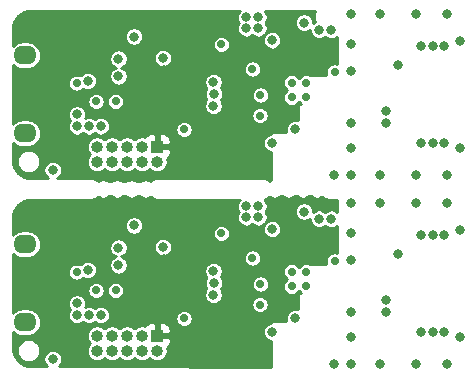
<source format=gbr>
G04 #@! TF.GenerationSoftware,KiCad,Pcbnew,(5.1.5)-3*
G04 #@! TF.CreationDate,2020-05-21T23:45:32+02:00*
G04 #@! TF.ProjectId,STRF_Panel,53545246-5f50-4616-9e65-6c2e6b696361,rev?*
G04 #@! TF.SameCoordinates,Original*
G04 #@! TF.FileFunction,Copper,L3,Inr*
G04 #@! TF.FilePolarity,Positive*
%FSLAX46Y46*%
G04 Gerber Fmt 4.6, Leading zero omitted, Abs format (unit mm)*
G04 Created by KiCad (PCBNEW (5.1.5)-3) date 2020-05-21 23:45:32*
%MOMM*%
%LPD*%
G04 APERTURE LIST*
%ADD10R,1.000000X1.000000*%
%ADD11O,1.000000X1.000000*%
%ADD12O,1.950000X1.600000*%
%ADD13C,0.800000*%
%ADD14C,0.700000*%
%ADD15C,0.254000*%
G04 APERTURE END LIST*
D10*
X33870000Y-54930000D03*
D11*
X33870000Y-56200000D03*
X32600000Y-54930000D03*
X32600000Y-56200000D03*
X31330000Y-54930000D03*
X31330000Y-56200000D03*
X30060000Y-54930000D03*
X30060000Y-56200000D03*
X28790000Y-54930000D03*
X28790000Y-56200000D03*
D12*
X22675000Y-47200000D03*
X22675000Y-53800000D03*
X22675000Y-37800000D03*
X22675000Y-31200000D03*
D11*
X28790000Y-40200000D03*
X28790000Y-38930000D03*
X30060000Y-40200000D03*
X30060000Y-38930000D03*
X31330000Y-40200000D03*
X31330000Y-38930000D03*
X32600000Y-40200000D03*
X32600000Y-38930000D03*
X33870000Y-40200000D03*
D10*
X33870000Y-38930000D03*
D13*
X54300000Y-32025000D03*
D14*
X36155000Y-37465000D03*
D13*
X48625000Y-29025000D03*
X46300000Y-28425000D03*
X25030000Y-40910000D03*
X43620000Y-29920000D03*
X41415000Y-28905000D03*
X41415000Y-27980000D03*
X34350000Y-31425000D03*
X28000000Y-33350000D03*
X27075000Y-36200000D03*
X28100000Y-37200000D03*
X53250000Y-36900000D03*
X53250000Y-35900000D03*
X58200000Y-30400000D03*
X58200000Y-38600000D03*
X48850000Y-41350000D03*
X43600000Y-38600000D03*
X30600000Y-32975000D03*
X30600000Y-31475000D03*
D14*
X48900000Y-32600000D03*
D13*
X38665000Y-34455000D03*
X38640000Y-33455000D03*
X38640000Y-35455000D03*
X50250000Y-27700000D03*
X50250000Y-30200000D03*
X50250000Y-32500000D03*
X50250000Y-41300000D03*
X50250000Y-39075000D03*
X59500000Y-30000000D03*
X52750000Y-27700000D03*
X55750000Y-27700000D03*
X58400000Y-27700000D03*
X59500000Y-39000000D03*
X50250000Y-36900000D03*
D14*
X30350000Y-35100000D03*
D13*
X27075000Y-37200000D03*
X29100000Y-37200000D03*
D14*
X41940000Y-32355000D03*
D13*
X31900000Y-29600000D03*
X42440000Y-27980000D03*
X42440000Y-28905000D03*
X45550000Y-37450000D03*
X52750000Y-41300000D03*
X55750000Y-41300000D03*
X58400000Y-41300000D03*
X47575000Y-29025000D03*
D14*
X45250000Y-33500000D03*
X46500000Y-33500000D03*
X45250000Y-34750000D03*
X46500000Y-34750000D03*
D13*
X57250000Y-30400000D03*
X56250000Y-30400000D03*
X57250000Y-38600000D03*
X56250000Y-38600000D03*
X38640000Y-51455000D03*
X50250000Y-43700000D03*
X50250000Y-46200000D03*
X53250000Y-52900000D03*
X58200000Y-46400000D03*
X48625000Y-45025000D03*
X25030000Y-56910000D03*
X28000000Y-49350000D03*
X54300000Y-48025000D03*
X41415000Y-43980000D03*
X43620000Y-45920000D03*
X27075000Y-52200000D03*
X28100000Y-53200000D03*
X46300000Y-44425000D03*
D14*
X36155000Y-53465000D03*
D13*
X41415000Y-44905000D03*
X53250000Y-51900000D03*
X58200000Y-54600000D03*
X30600000Y-48975000D03*
X30600000Y-47475000D03*
X34350000Y-47425000D03*
D14*
X48900000Y-48600000D03*
D13*
X43600000Y-54600000D03*
X48850000Y-57350000D03*
X38665000Y-50455000D03*
X38640000Y-49455000D03*
D14*
X30350000Y-51100000D03*
D13*
X29100000Y-53200000D03*
X52750000Y-57300000D03*
X42440000Y-44905000D03*
D14*
X46500000Y-49500000D03*
D13*
X56250000Y-54600000D03*
X50250000Y-52900000D03*
X58400000Y-57300000D03*
X27075000Y-53200000D03*
D14*
X41940000Y-48355000D03*
D13*
X57250000Y-54600000D03*
X50250000Y-57300000D03*
X59500000Y-55000000D03*
X55750000Y-43700000D03*
D14*
X45250000Y-49500000D03*
D13*
X50250000Y-48500000D03*
X57250000Y-46400000D03*
X55750000Y-57300000D03*
X56250000Y-46400000D03*
X58400000Y-43700000D03*
X31900000Y-45600000D03*
X45550000Y-53450000D03*
X47575000Y-45025000D03*
X52750000Y-43700000D03*
D14*
X45250000Y-50750000D03*
D13*
X42440000Y-43980000D03*
D14*
X46500000Y-50750000D03*
D13*
X50250000Y-55075000D03*
X59500000Y-46000000D03*
D14*
X37690000Y-38680000D03*
X37640000Y-31080000D03*
X48650000Y-31725000D03*
D13*
X32700000Y-33350000D03*
X44750000Y-28425000D03*
X43070000Y-37620000D03*
X33575000Y-33350000D03*
X34450000Y-33350000D03*
X34450000Y-32475000D03*
D14*
X41615000Y-31505000D03*
D13*
X32700000Y-49350000D03*
X34450000Y-49350000D03*
D14*
X41615000Y-47505000D03*
D13*
X44750000Y-44425000D03*
D14*
X37690000Y-54680000D03*
D13*
X33575000Y-49350000D03*
X43070000Y-53620000D03*
D14*
X48650000Y-47725000D03*
X37640000Y-47080000D03*
D13*
X34450000Y-48475000D03*
D14*
X39306275Y-30262975D03*
X39306275Y-46262975D03*
X28700000Y-35100000D03*
X27050000Y-33550000D03*
X27050000Y-49550000D03*
X28700000Y-51100000D03*
X42580000Y-36290000D03*
X42599910Y-34555019D03*
X42580000Y-52290000D03*
X42599910Y-50555019D03*
D15*
G36*
X40808358Y-27482141D02*
G01*
X40722887Y-27610058D01*
X40664013Y-27752191D01*
X40634000Y-27903078D01*
X40634000Y-28056922D01*
X40664013Y-28207809D01*
X40722887Y-28349942D01*
X40784732Y-28442500D01*
X40722887Y-28535058D01*
X40664013Y-28677191D01*
X40634000Y-28828078D01*
X40634000Y-28981922D01*
X40664013Y-29132809D01*
X40722887Y-29274942D01*
X40808358Y-29402859D01*
X40917141Y-29511642D01*
X41045058Y-29597113D01*
X41187191Y-29655987D01*
X41338078Y-29686000D01*
X41491922Y-29686000D01*
X41642809Y-29655987D01*
X41784942Y-29597113D01*
X41912859Y-29511642D01*
X41927500Y-29497001D01*
X41942141Y-29511642D01*
X42070058Y-29597113D01*
X42212191Y-29655987D01*
X42363078Y-29686000D01*
X42516922Y-29686000D01*
X42667809Y-29655987D01*
X42809942Y-29597113D01*
X42937859Y-29511642D01*
X42985163Y-29464338D01*
X42927887Y-29550058D01*
X42869013Y-29692191D01*
X42839000Y-29843078D01*
X42839000Y-29996922D01*
X42869013Y-30147809D01*
X42927887Y-30289942D01*
X43013358Y-30417859D01*
X43122141Y-30526642D01*
X43250058Y-30612113D01*
X43392191Y-30670987D01*
X43543078Y-30701000D01*
X43696922Y-30701000D01*
X43847809Y-30670987D01*
X43989942Y-30612113D01*
X44117859Y-30526642D01*
X44226642Y-30417859D01*
X44312113Y-30289942D01*
X44370987Y-30147809D01*
X44401000Y-29996922D01*
X44401000Y-29843078D01*
X44370987Y-29692191D01*
X44312113Y-29550058D01*
X44226642Y-29422141D01*
X44117859Y-29313358D01*
X43989942Y-29227887D01*
X43847809Y-29169013D01*
X43696922Y-29139000D01*
X43543078Y-29139000D01*
X43392191Y-29169013D01*
X43250058Y-29227887D01*
X43122141Y-29313358D01*
X43074837Y-29360662D01*
X43132113Y-29274942D01*
X43190987Y-29132809D01*
X43221000Y-28981922D01*
X43221000Y-28828078D01*
X43190987Y-28677191D01*
X43132113Y-28535058D01*
X43070268Y-28442500D01*
X43132113Y-28349942D01*
X43190987Y-28207809D01*
X43221000Y-28056922D01*
X43221000Y-27903078D01*
X43190987Y-27752191D01*
X43132113Y-27610058D01*
X43046642Y-27482141D01*
X42970501Y-27406000D01*
X47254788Y-27406000D01*
X47240315Y-27427660D01*
X47165146Y-27609135D01*
X47126825Y-27801787D01*
X47126825Y-27998213D01*
X47165146Y-28190865D01*
X47221203Y-28326199D01*
X47205058Y-28332887D01*
X47081000Y-28415780D01*
X47081000Y-28348078D01*
X47050987Y-28197191D01*
X46992113Y-28055058D01*
X46906642Y-27927141D01*
X46797859Y-27818358D01*
X46669942Y-27732887D01*
X46527809Y-27674013D01*
X46376922Y-27644000D01*
X46223078Y-27644000D01*
X46072191Y-27674013D01*
X45930058Y-27732887D01*
X45802141Y-27818358D01*
X45693358Y-27927141D01*
X45607887Y-28055058D01*
X45549013Y-28197191D01*
X45519000Y-28348078D01*
X45519000Y-28501922D01*
X45549013Y-28652809D01*
X45607887Y-28794942D01*
X45693358Y-28922859D01*
X45802141Y-29031642D01*
X45930058Y-29117113D01*
X46072191Y-29175987D01*
X46223078Y-29206000D01*
X46376922Y-29206000D01*
X46527809Y-29175987D01*
X46669942Y-29117113D01*
X46794000Y-29034220D01*
X46794000Y-29101922D01*
X46824013Y-29252809D01*
X46882887Y-29394942D01*
X46968358Y-29522859D01*
X47077141Y-29631642D01*
X47205058Y-29717113D01*
X47347191Y-29775987D01*
X47498078Y-29806000D01*
X47651922Y-29806000D01*
X47802809Y-29775987D01*
X47944942Y-29717113D01*
X48072859Y-29631642D01*
X48100000Y-29604501D01*
X48127141Y-29631642D01*
X48255058Y-29717113D01*
X48397191Y-29775987D01*
X48548078Y-29806000D01*
X48701922Y-29806000D01*
X48852809Y-29775987D01*
X48994942Y-29717113D01*
X49122859Y-29631642D01*
X49123000Y-29631501D01*
X49123000Y-31901141D01*
X49113225Y-31897092D01*
X48971997Y-31869000D01*
X48828003Y-31869000D01*
X48686775Y-31897092D01*
X48553742Y-31952196D01*
X48434015Y-32032195D01*
X48332195Y-32134015D01*
X48252196Y-32253742D01*
X48197092Y-32386775D01*
X48169000Y-32528003D01*
X48169000Y-32671997D01*
X48197092Y-32813225D01*
X48211496Y-32848000D01*
X46850000Y-32848000D01*
X46838793Y-32849104D01*
X46713225Y-32797092D01*
X46571997Y-32769000D01*
X46428003Y-32769000D01*
X46286775Y-32797092D01*
X46153742Y-32852196D01*
X46034015Y-32932195D01*
X45932195Y-33034015D01*
X45875000Y-33119613D01*
X45817805Y-33034015D01*
X45715985Y-32932195D01*
X45596258Y-32852196D01*
X45463225Y-32797092D01*
X45321997Y-32769000D01*
X45178003Y-32769000D01*
X45036775Y-32797092D01*
X44903742Y-32852196D01*
X44784015Y-32932195D01*
X44682195Y-33034015D01*
X44602196Y-33153742D01*
X44547092Y-33286775D01*
X44519000Y-33428003D01*
X44519000Y-33571997D01*
X44547092Y-33713225D01*
X44602196Y-33846258D01*
X44682195Y-33965985D01*
X44784015Y-34067805D01*
X44869613Y-34125000D01*
X44784015Y-34182195D01*
X44682195Y-34284015D01*
X44602196Y-34403742D01*
X44547092Y-34536775D01*
X44519000Y-34678003D01*
X44519000Y-34821997D01*
X44547092Y-34963225D01*
X44602196Y-35096258D01*
X44682195Y-35215985D01*
X44784015Y-35317805D01*
X44903742Y-35397804D01*
X45036775Y-35452908D01*
X45178003Y-35481000D01*
X45321997Y-35481000D01*
X45463225Y-35452908D01*
X45596258Y-35397804D01*
X45715985Y-35317805D01*
X45817805Y-35215985D01*
X45875000Y-35130387D01*
X45932195Y-35215985D01*
X46034015Y-35317805D01*
X46079976Y-35348515D01*
X45900364Y-35348001D01*
X45875580Y-35350370D01*
X45851735Y-35357529D01*
X45829745Y-35369202D01*
X45810455Y-35384941D01*
X45794606Y-35404141D01*
X45782807Y-35426063D01*
X45775512Y-35449867D01*
X45773000Y-35475000D01*
X45773000Y-36698056D01*
X45626922Y-36669000D01*
X45473078Y-36669000D01*
X45322191Y-36699013D01*
X45180058Y-36757887D01*
X45052141Y-36843358D01*
X44943358Y-36952141D01*
X44857887Y-37080058D01*
X44799013Y-37222191D01*
X44769000Y-37373078D01*
X44769000Y-37526922D01*
X44798056Y-37673000D01*
X43600000Y-37673000D01*
X43575224Y-37675440D01*
X43551399Y-37682667D01*
X43529443Y-37694403D01*
X43510197Y-37710197D01*
X43494403Y-37729443D01*
X43482667Y-37751399D01*
X43475440Y-37775224D01*
X43473000Y-37800000D01*
X43473000Y-37828961D01*
X43372191Y-37849013D01*
X43230058Y-37907887D01*
X43102141Y-37993358D01*
X42993358Y-38102141D01*
X42907887Y-38230058D01*
X42849013Y-38372191D01*
X42819000Y-38523078D01*
X42819000Y-38676922D01*
X42849013Y-38827809D01*
X42907887Y-38969942D01*
X42993358Y-39097859D01*
X43102141Y-39206642D01*
X43230058Y-39292113D01*
X43372191Y-39350987D01*
X43473000Y-39371039D01*
X43473000Y-41745697D01*
X43410626Y-41771533D01*
X43359211Y-41805887D01*
X43353751Y-41799287D01*
X43327592Y-41773310D01*
X43301895Y-41747070D01*
X43297528Y-41743456D01*
X43267279Y-41718786D01*
X43236590Y-41698397D01*
X43206271Y-41677637D01*
X43201285Y-41674940D01*
X43201283Y-41674939D01*
X43201280Y-41674937D01*
X43201277Y-41674936D01*
X43166821Y-41656615D01*
X43132772Y-41642581D01*
X43098979Y-41628097D01*
X43093563Y-41626420D01*
X43056196Y-41615138D01*
X43020066Y-41607984D01*
X42984104Y-41600340D01*
X42978470Y-41599747D01*
X42978466Y-41599747D01*
X42939619Y-41595938D01*
X42939618Y-41595938D01*
X42919941Y-41594000D01*
X33780059Y-41594000D01*
X33762961Y-41595684D01*
X33761809Y-41595676D01*
X33756167Y-41596229D01*
X33737372Y-41598204D01*
X33720410Y-41599875D01*
X33719845Y-41600046D01*
X33717347Y-41600309D01*
X33681260Y-41607716D01*
X33645157Y-41614603D01*
X33639731Y-41616240D01*
X33639725Y-41616242D01*
X33602442Y-41627783D01*
X33568490Y-41642055D01*
X33534403Y-41655827D01*
X33529401Y-41658486D01*
X33529396Y-41658488D01*
X33529392Y-41658491D01*
X33495061Y-41677053D01*
X33464555Y-41697629D01*
X33433755Y-41717785D01*
X33429373Y-41721359D01*
X33429370Y-41721361D01*
X33429368Y-41721364D01*
X33429362Y-41721368D01*
X33399287Y-41746249D01*
X33373332Y-41772386D01*
X33347070Y-41798105D01*
X33343456Y-41802472D01*
X33340712Y-41805836D01*
X33289374Y-41771533D01*
X33139775Y-41709567D01*
X32980962Y-41677977D01*
X32819038Y-41677977D01*
X32660225Y-41709567D01*
X32510626Y-41771533D01*
X32394157Y-41849355D01*
X32205808Y-41849332D01*
X32089374Y-41771533D01*
X31939775Y-41709567D01*
X31780962Y-41677977D01*
X31619038Y-41677977D01*
X31460225Y-41709567D01*
X31310626Y-41771533D01*
X31194376Y-41849208D01*
X31005589Y-41849185D01*
X30889374Y-41771533D01*
X30739775Y-41709567D01*
X30580962Y-41677977D01*
X30419038Y-41677977D01*
X30260225Y-41709567D01*
X30110626Y-41771533D01*
X29994595Y-41849062D01*
X29805371Y-41849039D01*
X29689374Y-41771533D01*
X29539775Y-41709567D01*
X29380962Y-41677977D01*
X29219038Y-41677977D01*
X29060225Y-41709567D01*
X28910626Y-41771533D01*
X28859211Y-41805887D01*
X28853751Y-41799287D01*
X28827592Y-41773310D01*
X28801895Y-41747070D01*
X28797528Y-41743456D01*
X28767279Y-41718786D01*
X28736590Y-41698397D01*
X28706271Y-41677637D01*
X28701285Y-41674940D01*
X28701283Y-41674939D01*
X28701280Y-41674937D01*
X28701277Y-41674936D01*
X28666821Y-41656615D01*
X28632772Y-41642581D01*
X28598979Y-41628097D01*
X28593563Y-41626420D01*
X28556196Y-41615138D01*
X28520066Y-41607984D01*
X28484104Y-41600340D01*
X28478470Y-41599747D01*
X28478466Y-41599747D01*
X28439619Y-41595938D01*
X28439618Y-41595938D01*
X28419941Y-41594000D01*
X25412084Y-41594000D01*
X25527859Y-41516642D01*
X25636642Y-41407859D01*
X25722113Y-41279942D01*
X25780987Y-41137809D01*
X25811000Y-40986922D01*
X25811000Y-40833078D01*
X25780987Y-40682191D01*
X25722113Y-40540058D01*
X25636642Y-40412141D01*
X25527859Y-40303358D01*
X25399942Y-40217887D01*
X25257809Y-40159013D01*
X25106922Y-40129000D01*
X24953078Y-40129000D01*
X24802191Y-40159013D01*
X24660058Y-40217887D01*
X24532141Y-40303358D01*
X24423358Y-40412141D01*
X24337887Y-40540058D01*
X24279013Y-40682191D01*
X24249000Y-40833078D01*
X24249000Y-40986922D01*
X24279013Y-41137809D01*
X24337887Y-41279942D01*
X24423358Y-41407859D01*
X24532141Y-41516642D01*
X24647916Y-41594000D01*
X23269854Y-41594000D01*
X22940770Y-41561733D01*
X22643316Y-41471926D01*
X22368975Y-41326056D01*
X22128187Y-41129675D01*
X21930129Y-40890265D01*
X21782346Y-40616948D01*
X21690465Y-40320128D01*
X21664994Y-40077787D01*
X22002825Y-40077787D01*
X22002825Y-40274213D01*
X22041146Y-40466865D01*
X22116315Y-40648340D01*
X22225444Y-40811662D01*
X22364338Y-40950556D01*
X22527660Y-41059685D01*
X22709135Y-41134854D01*
X22901787Y-41173175D01*
X23098213Y-41173175D01*
X23290865Y-41134854D01*
X23472340Y-41059685D01*
X23635662Y-40950556D01*
X23774556Y-40811662D01*
X23883685Y-40648340D01*
X23958854Y-40466865D01*
X23997175Y-40274213D01*
X23997175Y-40077787D01*
X23958854Y-39885135D01*
X23883685Y-39703660D01*
X23774556Y-39540338D01*
X23635662Y-39401444D01*
X23472340Y-39292315D01*
X23290865Y-39217146D01*
X23098213Y-39178825D01*
X22901787Y-39178825D01*
X22709135Y-39217146D01*
X22527660Y-39292315D01*
X22364338Y-39401444D01*
X22225444Y-39540338D01*
X22116315Y-39703660D01*
X22041146Y-39885135D01*
X22002825Y-40077787D01*
X21664994Y-40077787D01*
X21656000Y-39992218D01*
X21656000Y-38633205D01*
X21660866Y-38639134D01*
X21840697Y-38786717D01*
X22045864Y-38896381D01*
X22268484Y-38963912D01*
X22441984Y-38981000D01*
X22908016Y-38981000D01*
X23081516Y-38963912D01*
X23304136Y-38896381D01*
X23403576Y-38843229D01*
X27909000Y-38843229D01*
X27909000Y-39016771D01*
X27942856Y-39186978D01*
X28009268Y-39347310D01*
X28105682Y-39491605D01*
X28179077Y-39565000D01*
X28105682Y-39638395D01*
X28009268Y-39782690D01*
X27942856Y-39943022D01*
X27909000Y-40113229D01*
X27909000Y-40286771D01*
X27942856Y-40456978D01*
X28009268Y-40617310D01*
X28105682Y-40761605D01*
X28228395Y-40884318D01*
X28372690Y-40980732D01*
X28533022Y-41047144D01*
X28703229Y-41081000D01*
X28876771Y-41081000D01*
X29046978Y-41047144D01*
X29207310Y-40980732D01*
X29351605Y-40884318D01*
X29425000Y-40810923D01*
X29498395Y-40884318D01*
X29642690Y-40980732D01*
X29803022Y-41047144D01*
X29973229Y-41081000D01*
X30146771Y-41081000D01*
X30316978Y-41047144D01*
X30477310Y-40980732D01*
X30621605Y-40884318D01*
X30695000Y-40810923D01*
X30768395Y-40884318D01*
X30912690Y-40980732D01*
X31073022Y-41047144D01*
X31243229Y-41081000D01*
X31416771Y-41081000D01*
X31586978Y-41047144D01*
X31747310Y-40980732D01*
X31891605Y-40884318D01*
X31965000Y-40810923D01*
X32038395Y-40884318D01*
X32182690Y-40980732D01*
X32343022Y-41047144D01*
X32513229Y-41081000D01*
X32686771Y-41081000D01*
X32856978Y-41047144D01*
X33017310Y-40980732D01*
X33161605Y-40884318D01*
X33235000Y-40810923D01*
X33308395Y-40884318D01*
X33452690Y-40980732D01*
X33613022Y-41047144D01*
X33783229Y-41081000D01*
X33956771Y-41081000D01*
X34126978Y-41047144D01*
X34287310Y-40980732D01*
X34431605Y-40884318D01*
X34554318Y-40761605D01*
X34650732Y-40617310D01*
X34717144Y-40456978D01*
X34751000Y-40286771D01*
X34751000Y-40113229D01*
X34720999Y-39962405D01*
X34724494Y-39960537D01*
X34821185Y-39881185D01*
X34900537Y-39784494D01*
X34959502Y-39674180D01*
X34995812Y-39554482D01*
X35008072Y-39430000D01*
X35005000Y-39215750D01*
X34846250Y-39057000D01*
X33997000Y-39057000D01*
X33997000Y-39077000D01*
X33743000Y-39077000D01*
X33743000Y-39057000D01*
X33723000Y-39057000D01*
X33723000Y-38803000D01*
X33743000Y-38803000D01*
X33743000Y-37953750D01*
X33997000Y-37953750D01*
X33997000Y-38803000D01*
X34846250Y-38803000D01*
X35005000Y-38644250D01*
X35008072Y-38430000D01*
X34995812Y-38305518D01*
X34959502Y-38185820D01*
X34900537Y-38075506D01*
X34821185Y-37978815D01*
X34724494Y-37899463D01*
X34614180Y-37840498D01*
X34494482Y-37804188D01*
X34370000Y-37791928D01*
X34155750Y-37795000D01*
X33997000Y-37953750D01*
X33743000Y-37953750D01*
X33584250Y-37795000D01*
X33370000Y-37791928D01*
X33245518Y-37804188D01*
X33125820Y-37840498D01*
X33015506Y-37899463D01*
X32918815Y-37978815D01*
X32839463Y-38075506D01*
X32837595Y-38079001D01*
X32686771Y-38049000D01*
X32513229Y-38049000D01*
X32343022Y-38082856D01*
X32182690Y-38149268D01*
X32038395Y-38245682D01*
X31965000Y-38319077D01*
X31891605Y-38245682D01*
X31747310Y-38149268D01*
X31586978Y-38082856D01*
X31416771Y-38049000D01*
X31243229Y-38049000D01*
X31073022Y-38082856D01*
X30912690Y-38149268D01*
X30768395Y-38245682D01*
X30695000Y-38319077D01*
X30621605Y-38245682D01*
X30477310Y-38149268D01*
X30316978Y-38082856D01*
X30146771Y-38049000D01*
X29973229Y-38049000D01*
X29803022Y-38082856D01*
X29642690Y-38149268D01*
X29498395Y-38245682D01*
X29425000Y-38319077D01*
X29351605Y-38245682D01*
X29207310Y-38149268D01*
X29046978Y-38082856D01*
X28876771Y-38049000D01*
X28703229Y-38049000D01*
X28533022Y-38082856D01*
X28372690Y-38149268D01*
X28228395Y-38245682D01*
X28105682Y-38368395D01*
X28009268Y-38512690D01*
X27942856Y-38673022D01*
X27909000Y-38843229D01*
X23403576Y-38843229D01*
X23509303Y-38786717D01*
X23689134Y-38639134D01*
X23836717Y-38459303D01*
X23946381Y-38254136D01*
X24013912Y-38031516D01*
X24036714Y-37800000D01*
X24013912Y-37568484D01*
X23946381Y-37345864D01*
X23836717Y-37140697D01*
X23689134Y-36960866D01*
X23509303Y-36813283D01*
X23304136Y-36703619D01*
X23081516Y-36636088D01*
X22908016Y-36619000D01*
X22441984Y-36619000D01*
X22268484Y-36636088D01*
X22045864Y-36703619D01*
X21840697Y-36813283D01*
X21660866Y-36960866D01*
X21656000Y-36966795D01*
X21656000Y-36123078D01*
X26294000Y-36123078D01*
X26294000Y-36276922D01*
X26324013Y-36427809D01*
X26382887Y-36569942D01*
X26468358Y-36697859D01*
X26470499Y-36700000D01*
X26468358Y-36702141D01*
X26382887Y-36830058D01*
X26324013Y-36972191D01*
X26294000Y-37123078D01*
X26294000Y-37276922D01*
X26324013Y-37427809D01*
X26382887Y-37569942D01*
X26468358Y-37697859D01*
X26577141Y-37806642D01*
X26705058Y-37892113D01*
X26847191Y-37950987D01*
X26998078Y-37981000D01*
X27151922Y-37981000D01*
X27302809Y-37950987D01*
X27444942Y-37892113D01*
X27572859Y-37806642D01*
X27587500Y-37792001D01*
X27602141Y-37806642D01*
X27730058Y-37892113D01*
X27872191Y-37950987D01*
X28023078Y-37981000D01*
X28176922Y-37981000D01*
X28327809Y-37950987D01*
X28469942Y-37892113D01*
X28597859Y-37806642D01*
X28600000Y-37804501D01*
X28602141Y-37806642D01*
X28730058Y-37892113D01*
X28872191Y-37950987D01*
X29023078Y-37981000D01*
X29176922Y-37981000D01*
X29327809Y-37950987D01*
X29469942Y-37892113D01*
X29597859Y-37806642D01*
X29706642Y-37697859D01*
X29792113Y-37569942D01*
X29850987Y-37427809D01*
X29857910Y-37393003D01*
X35424000Y-37393003D01*
X35424000Y-37536997D01*
X35452092Y-37678225D01*
X35507196Y-37811258D01*
X35587195Y-37930985D01*
X35689015Y-38032805D01*
X35808742Y-38112804D01*
X35941775Y-38167908D01*
X36083003Y-38196000D01*
X36226997Y-38196000D01*
X36368225Y-38167908D01*
X36501258Y-38112804D01*
X36620985Y-38032805D01*
X36722805Y-37930985D01*
X36802804Y-37811258D01*
X36857908Y-37678225D01*
X36886000Y-37536997D01*
X36886000Y-37393003D01*
X36857908Y-37251775D01*
X36802804Y-37118742D01*
X36722805Y-36999015D01*
X36620985Y-36897195D01*
X36501258Y-36817196D01*
X36368225Y-36762092D01*
X36226997Y-36734000D01*
X36083003Y-36734000D01*
X35941775Y-36762092D01*
X35808742Y-36817196D01*
X35689015Y-36897195D01*
X35587195Y-36999015D01*
X35507196Y-37118742D01*
X35452092Y-37251775D01*
X35424000Y-37393003D01*
X29857910Y-37393003D01*
X29881000Y-37276922D01*
X29881000Y-37123078D01*
X29850987Y-36972191D01*
X29792113Y-36830058D01*
X29706642Y-36702141D01*
X29597859Y-36593358D01*
X29469942Y-36507887D01*
X29327809Y-36449013D01*
X29176922Y-36419000D01*
X29023078Y-36419000D01*
X28872191Y-36449013D01*
X28730058Y-36507887D01*
X28602141Y-36593358D01*
X28600000Y-36595499D01*
X28597859Y-36593358D01*
X28469942Y-36507887D01*
X28327809Y-36449013D01*
X28176922Y-36419000D01*
X28023078Y-36419000D01*
X27872191Y-36449013D01*
X27805815Y-36476507D01*
X27825987Y-36427809D01*
X27856000Y-36276922D01*
X27856000Y-36123078D01*
X27825987Y-35972191D01*
X27767113Y-35830058D01*
X27681642Y-35702141D01*
X27572859Y-35593358D01*
X27444942Y-35507887D01*
X27302809Y-35449013D01*
X27151922Y-35419000D01*
X26998078Y-35419000D01*
X26847191Y-35449013D01*
X26705058Y-35507887D01*
X26577141Y-35593358D01*
X26468358Y-35702141D01*
X26382887Y-35830058D01*
X26324013Y-35972191D01*
X26294000Y-36123078D01*
X21656000Y-36123078D01*
X21656000Y-35028003D01*
X27969000Y-35028003D01*
X27969000Y-35171997D01*
X27997092Y-35313225D01*
X28052196Y-35446258D01*
X28132195Y-35565985D01*
X28234015Y-35667805D01*
X28353742Y-35747804D01*
X28486775Y-35802908D01*
X28628003Y-35831000D01*
X28771997Y-35831000D01*
X28913225Y-35802908D01*
X29046258Y-35747804D01*
X29165985Y-35667805D01*
X29267805Y-35565985D01*
X29347804Y-35446258D01*
X29402908Y-35313225D01*
X29431000Y-35171997D01*
X29431000Y-35028003D01*
X29619000Y-35028003D01*
X29619000Y-35171997D01*
X29647092Y-35313225D01*
X29702196Y-35446258D01*
X29782195Y-35565985D01*
X29884015Y-35667805D01*
X30003742Y-35747804D01*
X30136775Y-35802908D01*
X30278003Y-35831000D01*
X30421997Y-35831000D01*
X30563225Y-35802908D01*
X30696258Y-35747804D01*
X30815985Y-35667805D01*
X30917805Y-35565985D01*
X30997804Y-35446258D01*
X31052908Y-35313225D01*
X31081000Y-35171997D01*
X31081000Y-35028003D01*
X31052908Y-34886775D01*
X30997804Y-34753742D01*
X30917805Y-34634015D01*
X30815985Y-34532195D01*
X30696258Y-34452196D01*
X30563225Y-34397092D01*
X30421997Y-34369000D01*
X30278003Y-34369000D01*
X30136775Y-34397092D01*
X30003742Y-34452196D01*
X29884015Y-34532195D01*
X29782195Y-34634015D01*
X29702196Y-34753742D01*
X29647092Y-34886775D01*
X29619000Y-35028003D01*
X29431000Y-35028003D01*
X29402908Y-34886775D01*
X29347804Y-34753742D01*
X29267805Y-34634015D01*
X29165985Y-34532195D01*
X29046258Y-34452196D01*
X28913225Y-34397092D01*
X28771997Y-34369000D01*
X28628003Y-34369000D01*
X28486775Y-34397092D01*
X28353742Y-34452196D01*
X28234015Y-34532195D01*
X28132195Y-34634015D01*
X28052196Y-34753742D01*
X27997092Y-34886775D01*
X27969000Y-35028003D01*
X21656000Y-35028003D01*
X21656000Y-33478003D01*
X26319000Y-33478003D01*
X26319000Y-33621997D01*
X26347092Y-33763225D01*
X26402196Y-33896258D01*
X26482195Y-34015985D01*
X26584015Y-34117805D01*
X26703742Y-34197804D01*
X26836775Y-34252908D01*
X26978003Y-34281000D01*
X27121997Y-34281000D01*
X27263225Y-34252908D01*
X27396258Y-34197804D01*
X27515985Y-34117805D01*
X27607050Y-34026740D01*
X27630058Y-34042113D01*
X27772191Y-34100987D01*
X27923078Y-34131000D01*
X28076922Y-34131000D01*
X28227809Y-34100987D01*
X28369942Y-34042113D01*
X28497859Y-33956642D01*
X28606642Y-33847859D01*
X28692113Y-33719942D01*
X28750987Y-33577809D01*
X28781000Y-33426922D01*
X28781000Y-33273078D01*
X28750987Y-33122191D01*
X28692113Y-32980058D01*
X28606642Y-32852141D01*
X28497859Y-32743358D01*
X28369942Y-32657887D01*
X28227809Y-32599013D01*
X28076922Y-32569000D01*
X27923078Y-32569000D01*
X27772191Y-32599013D01*
X27630058Y-32657887D01*
X27502141Y-32743358D01*
X27393358Y-32852141D01*
X27367791Y-32890405D01*
X27263225Y-32847092D01*
X27121997Y-32819000D01*
X26978003Y-32819000D01*
X26836775Y-32847092D01*
X26703742Y-32902196D01*
X26584015Y-32982195D01*
X26482195Y-33084015D01*
X26402196Y-33203742D01*
X26347092Y-33336775D01*
X26319000Y-33478003D01*
X21656000Y-33478003D01*
X21656000Y-32033205D01*
X21660866Y-32039134D01*
X21840697Y-32186717D01*
X22045864Y-32296381D01*
X22268484Y-32363912D01*
X22441984Y-32381000D01*
X22908016Y-32381000D01*
X23081516Y-32363912D01*
X23304136Y-32296381D01*
X23509303Y-32186717D01*
X23689134Y-32039134D01*
X23836717Y-31859303D01*
X23946381Y-31654136D01*
X24013912Y-31431516D01*
X24017205Y-31398078D01*
X29819000Y-31398078D01*
X29819000Y-31551922D01*
X29849013Y-31702809D01*
X29907887Y-31844942D01*
X29993358Y-31972859D01*
X30102141Y-32081642D01*
X30230058Y-32167113D01*
X30369808Y-32225000D01*
X30230058Y-32282887D01*
X30102141Y-32368358D01*
X29993358Y-32477141D01*
X29907887Y-32605058D01*
X29849013Y-32747191D01*
X29819000Y-32898078D01*
X29819000Y-33051922D01*
X29849013Y-33202809D01*
X29907887Y-33344942D01*
X29993358Y-33472859D01*
X30102141Y-33581642D01*
X30230058Y-33667113D01*
X30372191Y-33725987D01*
X30523078Y-33756000D01*
X30676922Y-33756000D01*
X30827809Y-33725987D01*
X30969942Y-33667113D01*
X31097859Y-33581642D01*
X31206642Y-33472859D01*
X31269972Y-33378078D01*
X37859000Y-33378078D01*
X37859000Y-33531922D01*
X37889013Y-33682809D01*
X37947887Y-33824942D01*
X38033358Y-33952859D01*
X38050060Y-33969561D01*
X37972887Y-34085058D01*
X37914013Y-34227191D01*
X37884000Y-34378078D01*
X37884000Y-34531922D01*
X37914013Y-34682809D01*
X37972887Y-34824942D01*
X38050060Y-34940439D01*
X38033358Y-34957141D01*
X37947887Y-35085058D01*
X37889013Y-35227191D01*
X37859000Y-35378078D01*
X37859000Y-35531922D01*
X37889013Y-35682809D01*
X37947887Y-35824942D01*
X38033358Y-35952859D01*
X38142141Y-36061642D01*
X38270058Y-36147113D01*
X38412191Y-36205987D01*
X38563078Y-36236000D01*
X38716922Y-36236000D01*
X38807399Y-36218003D01*
X41849000Y-36218003D01*
X41849000Y-36361997D01*
X41877092Y-36503225D01*
X41932196Y-36636258D01*
X42012195Y-36755985D01*
X42114015Y-36857805D01*
X42233742Y-36937804D01*
X42366775Y-36992908D01*
X42508003Y-37021000D01*
X42651997Y-37021000D01*
X42793225Y-36992908D01*
X42926258Y-36937804D01*
X43045985Y-36857805D01*
X43147805Y-36755985D01*
X43227804Y-36636258D01*
X43282908Y-36503225D01*
X43311000Y-36361997D01*
X43311000Y-36218003D01*
X43282908Y-36076775D01*
X43227804Y-35943742D01*
X43147805Y-35824015D01*
X43045985Y-35722195D01*
X42926258Y-35642196D01*
X42793225Y-35587092D01*
X42651997Y-35559000D01*
X42508003Y-35559000D01*
X42366775Y-35587092D01*
X42233742Y-35642196D01*
X42114015Y-35722195D01*
X42012195Y-35824015D01*
X41932196Y-35943742D01*
X41877092Y-36076775D01*
X41849000Y-36218003D01*
X38807399Y-36218003D01*
X38867809Y-36205987D01*
X39009942Y-36147113D01*
X39137859Y-36061642D01*
X39246642Y-35952859D01*
X39332113Y-35824942D01*
X39390987Y-35682809D01*
X39421000Y-35531922D01*
X39421000Y-35378078D01*
X39390987Y-35227191D01*
X39332113Y-35085058D01*
X39254940Y-34969561D01*
X39271642Y-34952859D01*
X39357113Y-34824942D01*
X39415987Y-34682809D01*
X39446000Y-34531922D01*
X39446000Y-34483022D01*
X41868910Y-34483022D01*
X41868910Y-34627016D01*
X41897002Y-34768244D01*
X41952106Y-34901277D01*
X42032105Y-35021004D01*
X42133925Y-35122824D01*
X42253652Y-35202823D01*
X42386685Y-35257927D01*
X42527913Y-35286019D01*
X42671907Y-35286019D01*
X42813135Y-35257927D01*
X42946168Y-35202823D01*
X43065895Y-35122824D01*
X43167715Y-35021004D01*
X43247714Y-34901277D01*
X43302818Y-34768244D01*
X43330910Y-34627016D01*
X43330910Y-34483022D01*
X43302818Y-34341794D01*
X43247714Y-34208761D01*
X43167715Y-34089034D01*
X43065895Y-33987214D01*
X42946168Y-33907215D01*
X42813135Y-33852111D01*
X42671907Y-33824019D01*
X42527913Y-33824019D01*
X42386685Y-33852111D01*
X42253652Y-33907215D01*
X42133925Y-33987214D01*
X42032105Y-34089034D01*
X41952106Y-34208761D01*
X41897002Y-34341794D01*
X41868910Y-34483022D01*
X39446000Y-34483022D01*
X39446000Y-34378078D01*
X39415987Y-34227191D01*
X39357113Y-34085058D01*
X39271642Y-33957141D01*
X39254940Y-33940439D01*
X39332113Y-33824942D01*
X39390987Y-33682809D01*
X39421000Y-33531922D01*
X39421000Y-33378078D01*
X39390987Y-33227191D01*
X39332113Y-33085058D01*
X39246642Y-32957141D01*
X39137859Y-32848358D01*
X39009942Y-32762887D01*
X38867809Y-32704013D01*
X38716922Y-32674000D01*
X38563078Y-32674000D01*
X38412191Y-32704013D01*
X38270058Y-32762887D01*
X38142141Y-32848358D01*
X38033358Y-32957141D01*
X37947887Y-33085058D01*
X37889013Y-33227191D01*
X37859000Y-33378078D01*
X31269972Y-33378078D01*
X31292113Y-33344942D01*
X31350987Y-33202809D01*
X31381000Y-33051922D01*
X31381000Y-32898078D01*
X31350987Y-32747191D01*
X31292113Y-32605058D01*
X31206642Y-32477141D01*
X31097859Y-32368358D01*
X30970116Y-32283003D01*
X41209000Y-32283003D01*
X41209000Y-32426997D01*
X41237092Y-32568225D01*
X41292196Y-32701258D01*
X41372195Y-32820985D01*
X41474015Y-32922805D01*
X41593742Y-33002804D01*
X41726775Y-33057908D01*
X41868003Y-33086000D01*
X42011997Y-33086000D01*
X42153225Y-33057908D01*
X42286258Y-33002804D01*
X42405985Y-32922805D01*
X42507805Y-32820985D01*
X42587804Y-32701258D01*
X42642908Y-32568225D01*
X42671000Y-32426997D01*
X42671000Y-32283003D01*
X42642908Y-32141775D01*
X42587804Y-32008742D01*
X42507805Y-31889015D01*
X42405985Y-31787195D01*
X42286258Y-31707196D01*
X42153225Y-31652092D01*
X42011997Y-31624000D01*
X41868003Y-31624000D01*
X41726775Y-31652092D01*
X41593742Y-31707196D01*
X41474015Y-31787195D01*
X41372195Y-31889015D01*
X41292196Y-32008742D01*
X41237092Y-32141775D01*
X41209000Y-32283003D01*
X30970116Y-32283003D01*
X30969942Y-32282887D01*
X30830192Y-32225000D01*
X30969942Y-32167113D01*
X31097859Y-32081642D01*
X31206642Y-31972859D01*
X31292113Y-31844942D01*
X31350987Y-31702809D01*
X31381000Y-31551922D01*
X31381000Y-31398078D01*
X31371055Y-31348078D01*
X33569000Y-31348078D01*
X33569000Y-31501922D01*
X33599013Y-31652809D01*
X33657887Y-31794942D01*
X33743358Y-31922859D01*
X33852141Y-32031642D01*
X33980058Y-32117113D01*
X34122191Y-32175987D01*
X34273078Y-32206000D01*
X34426922Y-32206000D01*
X34577809Y-32175987D01*
X34719942Y-32117113D01*
X34847859Y-32031642D01*
X34956642Y-31922859D01*
X35042113Y-31794942D01*
X35100987Y-31652809D01*
X35131000Y-31501922D01*
X35131000Y-31348078D01*
X35100987Y-31197191D01*
X35042113Y-31055058D01*
X34956642Y-30927141D01*
X34847859Y-30818358D01*
X34719942Y-30732887D01*
X34577809Y-30674013D01*
X34426922Y-30644000D01*
X34273078Y-30644000D01*
X34122191Y-30674013D01*
X33980058Y-30732887D01*
X33852141Y-30818358D01*
X33743358Y-30927141D01*
X33657887Y-31055058D01*
X33599013Y-31197191D01*
X33569000Y-31348078D01*
X31371055Y-31348078D01*
X31350987Y-31247191D01*
X31292113Y-31105058D01*
X31206642Y-30977141D01*
X31097859Y-30868358D01*
X30969942Y-30782887D01*
X30827809Y-30724013D01*
X30676922Y-30694000D01*
X30523078Y-30694000D01*
X30372191Y-30724013D01*
X30230058Y-30782887D01*
X30102141Y-30868358D01*
X29993358Y-30977141D01*
X29907887Y-31105058D01*
X29849013Y-31247191D01*
X29819000Y-31398078D01*
X24017205Y-31398078D01*
X24036714Y-31200000D01*
X24013912Y-30968484D01*
X23946381Y-30745864D01*
X23836717Y-30540697D01*
X23689134Y-30360866D01*
X23509303Y-30213283D01*
X23304136Y-30103619D01*
X23081516Y-30036088D01*
X22908016Y-30019000D01*
X22441984Y-30019000D01*
X22268484Y-30036088D01*
X22045864Y-30103619D01*
X21840697Y-30213283D01*
X21660866Y-30360866D01*
X21656000Y-30366795D01*
X21656000Y-29523078D01*
X31119000Y-29523078D01*
X31119000Y-29676922D01*
X31149013Y-29827809D01*
X31207887Y-29969942D01*
X31293358Y-30097859D01*
X31402141Y-30206642D01*
X31530058Y-30292113D01*
X31672191Y-30350987D01*
X31823078Y-30381000D01*
X31976922Y-30381000D01*
X32127809Y-30350987D01*
X32269942Y-30292113D01*
X32397859Y-30206642D01*
X32413523Y-30190978D01*
X38575275Y-30190978D01*
X38575275Y-30334972D01*
X38603367Y-30476200D01*
X38658471Y-30609233D01*
X38738470Y-30728960D01*
X38840290Y-30830780D01*
X38960017Y-30910779D01*
X39093050Y-30965883D01*
X39234278Y-30993975D01*
X39378272Y-30993975D01*
X39519500Y-30965883D01*
X39652533Y-30910779D01*
X39772260Y-30830780D01*
X39874080Y-30728960D01*
X39954079Y-30609233D01*
X40009183Y-30476200D01*
X40037275Y-30334972D01*
X40037275Y-30190978D01*
X40009183Y-30049750D01*
X39954079Y-29916717D01*
X39874080Y-29796990D01*
X39772260Y-29695170D01*
X39652533Y-29615171D01*
X39519500Y-29560067D01*
X39378272Y-29531975D01*
X39234278Y-29531975D01*
X39093050Y-29560067D01*
X38960017Y-29615171D01*
X38840290Y-29695170D01*
X38738470Y-29796990D01*
X38658471Y-29916717D01*
X38603367Y-30049750D01*
X38575275Y-30190978D01*
X32413523Y-30190978D01*
X32506642Y-30097859D01*
X32592113Y-29969942D01*
X32650987Y-29827809D01*
X32681000Y-29676922D01*
X32681000Y-29523078D01*
X32650987Y-29372191D01*
X32592113Y-29230058D01*
X32506642Y-29102141D01*
X32397859Y-28993358D01*
X32269942Y-28907887D01*
X32127809Y-28849013D01*
X31976922Y-28819000D01*
X31823078Y-28819000D01*
X31672191Y-28849013D01*
X31530058Y-28907887D01*
X31402141Y-28993358D01*
X31293358Y-29102141D01*
X31207887Y-29230058D01*
X31149013Y-29372191D01*
X31119000Y-29523078D01*
X21656000Y-29523078D01*
X21656000Y-29019854D01*
X21688267Y-28690771D01*
X21778075Y-28393312D01*
X21923945Y-28118972D01*
X22120325Y-27878187D01*
X22359736Y-27680127D01*
X22633053Y-27532346D01*
X22929872Y-27440465D01*
X23257782Y-27406000D01*
X40884499Y-27406000D01*
X40808358Y-27482141D01*
G37*
X40808358Y-27482141D02*
X40722887Y-27610058D01*
X40664013Y-27752191D01*
X40634000Y-27903078D01*
X40634000Y-28056922D01*
X40664013Y-28207809D01*
X40722887Y-28349942D01*
X40784732Y-28442500D01*
X40722887Y-28535058D01*
X40664013Y-28677191D01*
X40634000Y-28828078D01*
X40634000Y-28981922D01*
X40664013Y-29132809D01*
X40722887Y-29274942D01*
X40808358Y-29402859D01*
X40917141Y-29511642D01*
X41045058Y-29597113D01*
X41187191Y-29655987D01*
X41338078Y-29686000D01*
X41491922Y-29686000D01*
X41642809Y-29655987D01*
X41784942Y-29597113D01*
X41912859Y-29511642D01*
X41927500Y-29497001D01*
X41942141Y-29511642D01*
X42070058Y-29597113D01*
X42212191Y-29655987D01*
X42363078Y-29686000D01*
X42516922Y-29686000D01*
X42667809Y-29655987D01*
X42809942Y-29597113D01*
X42937859Y-29511642D01*
X42985163Y-29464338D01*
X42927887Y-29550058D01*
X42869013Y-29692191D01*
X42839000Y-29843078D01*
X42839000Y-29996922D01*
X42869013Y-30147809D01*
X42927887Y-30289942D01*
X43013358Y-30417859D01*
X43122141Y-30526642D01*
X43250058Y-30612113D01*
X43392191Y-30670987D01*
X43543078Y-30701000D01*
X43696922Y-30701000D01*
X43847809Y-30670987D01*
X43989942Y-30612113D01*
X44117859Y-30526642D01*
X44226642Y-30417859D01*
X44312113Y-30289942D01*
X44370987Y-30147809D01*
X44401000Y-29996922D01*
X44401000Y-29843078D01*
X44370987Y-29692191D01*
X44312113Y-29550058D01*
X44226642Y-29422141D01*
X44117859Y-29313358D01*
X43989942Y-29227887D01*
X43847809Y-29169013D01*
X43696922Y-29139000D01*
X43543078Y-29139000D01*
X43392191Y-29169013D01*
X43250058Y-29227887D01*
X43122141Y-29313358D01*
X43074837Y-29360662D01*
X43132113Y-29274942D01*
X43190987Y-29132809D01*
X43221000Y-28981922D01*
X43221000Y-28828078D01*
X43190987Y-28677191D01*
X43132113Y-28535058D01*
X43070268Y-28442500D01*
X43132113Y-28349942D01*
X43190987Y-28207809D01*
X43221000Y-28056922D01*
X43221000Y-27903078D01*
X43190987Y-27752191D01*
X43132113Y-27610058D01*
X43046642Y-27482141D01*
X42970501Y-27406000D01*
X47254788Y-27406000D01*
X47240315Y-27427660D01*
X47165146Y-27609135D01*
X47126825Y-27801787D01*
X47126825Y-27998213D01*
X47165146Y-28190865D01*
X47221203Y-28326199D01*
X47205058Y-28332887D01*
X47081000Y-28415780D01*
X47081000Y-28348078D01*
X47050987Y-28197191D01*
X46992113Y-28055058D01*
X46906642Y-27927141D01*
X46797859Y-27818358D01*
X46669942Y-27732887D01*
X46527809Y-27674013D01*
X46376922Y-27644000D01*
X46223078Y-27644000D01*
X46072191Y-27674013D01*
X45930058Y-27732887D01*
X45802141Y-27818358D01*
X45693358Y-27927141D01*
X45607887Y-28055058D01*
X45549013Y-28197191D01*
X45519000Y-28348078D01*
X45519000Y-28501922D01*
X45549013Y-28652809D01*
X45607887Y-28794942D01*
X45693358Y-28922859D01*
X45802141Y-29031642D01*
X45930058Y-29117113D01*
X46072191Y-29175987D01*
X46223078Y-29206000D01*
X46376922Y-29206000D01*
X46527809Y-29175987D01*
X46669942Y-29117113D01*
X46794000Y-29034220D01*
X46794000Y-29101922D01*
X46824013Y-29252809D01*
X46882887Y-29394942D01*
X46968358Y-29522859D01*
X47077141Y-29631642D01*
X47205058Y-29717113D01*
X47347191Y-29775987D01*
X47498078Y-29806000D01*
X47651922Y-29806000D01*
X47802809Y-29775987D01*
X47944942Y-29717113D01*
X48072859Y-29631642D01*
X48100000Y-29604501D01*
X48127141Y-29631642D01*
X48255058Y-29717113D01*
X48397191Y-29775987D01*
X48548078Y-29806000D01*
X48701922Y-29806000D01*
X48852809Y-29775987D01*
X48994942Y-29717113D01*
X49122859Y-29631642D01*
X49123000Y-29631501D01*
X49123000Y-31901141D01*
X49113225Y-31897092D01*
X48971997Y-31869000D01*
X48828003Y-31869000D01*
X48686775Y-31897092D01*
X48553742Y-31952196D01*
X48434015Y-32032195D01*
X48332195Y-32134015D01*
X48252196Y-32253742D01*
X48197092Y-32386775D01*
X48169000Y-32528003D01*
X48169000Y-32671997D01*
X48197092Y-32813225D01*
X48211496Y-32848000D01*
X46850000Y-32848000D01*
X46838793Y-32849104D01*
X46713225Y-32797092D01*
X46571997Y-32769000D01*
X46428003Y-32769000D01*
X46286775Y-32797092D01*
X46153742Y-32852196D01*
X46034015Y-32932195D01*
X45932195Y-33034015D01*
X45875000Y-33119613D01*
X45817805Y-33034015D01*
X45715985Y-32932195D01*
X45596258Y-32852196D01*
X45463225Y-32797092D01*
X45321997Y-32769000D01*
X45178003Y-32769000D01*
X45036775Y-32797092D01*
X44903742Y-32852196D01*
X44784015Y-32932195D01*
X44682195Y-33034015D01*
X44602196Y-33153742D01*
X44547092Y-33286775D01*
X44519000Y-33428003D01*
X44519000Y-33571997D01*
X44547092Y-33713225D01*
X44602196Y-33846258D01*
X44682195Y-33965985D01*
X44784015Y-34067805D01*
X44869613Y-34125000D01*
X44784015Y-34182195D01*
X44682195Y-34284015D01*
X44602196Y-34403742D01*
X44547092Y-34536775D01*
X44519000Y-34678003D01*
X44519000Y-34821997D01*
X44547092Y-34963225D01*
X44602196Y-35096258D01*
X44682195Y-35215985D01*
X44784015Y-35317805D01*
X44903742Y-35397804D01*
X45036775Y-35452908D01*
X45178003Y-35481000D01*
X45321997Y-35481000D01*
X45463225Y-35452908D01*
X45596258Y-35397804D01*
X45715985Y-35317805D01*
X45817805Y-35215985D01*
X45875000Y-35130387D01*
X45932195Y-35215985D01*
X46034015Y-35317805D01*
X46079976Y-35348515D01*
X45900364Y-35348001D01*
X45875580Y-35350370D01*
X45851735Y-35357529D01*
X45829745Y-35369202D01*
X45810455Y-35384941D01*
X45794606Y-35404141D01*
X45782807Y-35426063D01*
X45775512Y-35449867D01*
X45773000Y-35475000D01*
X45773000Y-36698056D01*
X45626922Y-36669000D01*
X45473078Y-36669000D01*
X45322191Y-36699013D01*
X45180058Y-36757887D01*
X45052141Y-36843358D01*
X44943358Y-36952141D01*
X44857887Y-37080058D01*
X44799013Y-37222191D01*
X44769000Y-37373078D01*
X44769000Y-37526922D01*
X44798056Y-37673000D01*
X43600000Y-37673000D01*
X43575224Y-37675440D01*
X43551399Y-37682667D01*
X43529443Y-37694403D01*
X43510197Y-37710197D01*
X43494403Y-37729443D01*
X43482667Y-37751399D01*
X43475440Y-37775224D01*
X43473000Y-37800000D01*
X43473000Y-37828961D01*
X43372191Y-37849013D01*
X43230058Y-37907887D01*
X43102141Y-37993358D01*
X42993358Y-38102141D01*
X42907887Y-38230058D01*
X42849013Y-38372191D01*
X42819000Y-38523078D01*
X42819000Y-38676922D01*
X42849013Y-38827809D01*
X42907887Y-38969942D01*
X42993358Y-39097859D01*
X43102141Y-39206642D01*
X43230058Y-39292113D01*
X43372191Y-39350987D01*
X43473000Y-39371039D01*
X43473000Y-41745697D01*
X43410626Y-41771533D01*
X43359211Y-41805887D01*
X43353751Y-41799287D01*
X43327592Y-41773310D01*
X43301895Y-41747070D01*
X43297528Y-41743456D01*
X43267279Y-41718786D01*
X43236590Y-41698397D01*
X43206271Y-41677637D01*
X43201285Y-41674940D01*
X43201283Y-41674939D01*
X43201280Y-41674937D01*
X43201277Y-41674936D01*
X43166821Y-41656615D01*
X43132772Y-41642581D01*
X43098979Y-41628097D01*
X43093563Y-41626420D01*
X43056196Y-41615138D01*
X43020066Y-41607984D01*
X42984104Y-41600340D01*
X42978470Y-41599747D01*
X42978466Y-41599747D01*
X42939619Y-41595938D01*
X42939618Y-41595938D01*
X42919941Y-41594000D01*
X33780059Y-41594000D01*
X33762961Y-41595684D01*
X33761809Y-41595676D01*
X33756167Y-41596229D01*
X33737372Y-41598204D01*
X33720410Y-41599875D01*
X33719845Y-41600046D01*
X33717347Y-41600309D01*
X33681260Y-41607716D01*
X33645157Y-41614603D01*
X33639731Y-41616240D01*
X33639725Y-41616242D01*
X33602442Y-41627783D01*
X33568490Y-41642055D01*
X33534403Y-41655827D01*
X33529401Y-41658486D01*
X33529396Y-41658488D01*
X33529392Y-41658491D01*
X33495061Y-41677053D01*
X33464555Y-41697629D01*
X33433755Y-41717785D01*
X33429373Y-41721359D01*
X33429370Y-41721361D01*
X33429368Y-41721364D01*
X33429362Y-41721368D01*
X33399287Y-41746249D01*
X33373332Y-41772386D01*
X33347070Y-41798105D01*
X33343456Y-41802472D01*
X33340712Y-41805836D01*
X33289374Y-41771533D01*
X33139775Y-41709567D01*
X32980962Y-41677977D01*
X32819038Y-41677977D01*
X32660225Y-41709567D01*
X32510626Y-41771533D01*
X32394157Y-41849355D01*
X32205808Y-41849332D01*
X32089374Y-41771533D01*
X31939775Y-41709567D01*
X31780962Y-41677977D01*
X31619038Y-41677977D01*
X31460225Y-41709567D01*
X31310626Y-41771533D01*
X31194376Y-41849208D01*
X31005589Y-41849185D01*
X30889374Y-41771533D01*
X30739775Y-41709567D01*
X30580962Y-41677977D01*
X30419038Y-41677977D01*
X30260225Y-41709567D01*
X30110626Y-41771533D01*
X29994595Y-41849062D01*
X29805371Y-41849039D01*
X29689374Y-41771533D01*
X29539775Y-41709567D01*
X29380962Y-41677977D01*
X29219038Y-41677977D01*
X29060225Y-41709567D01*
X28910626Y-41771533D01*
X28859211Y-41805887D01*
X28853751Y-41799287D01*
X28827592Y-41773310D01*
X28801895Y-41747070D01*
X28797528Y-41743456D01*
X28767279Y-41718786D01*
X28736590Y-41698397D01*
X28706271Y-41677637D01*
X28701285Y-41674940D01*
X28701283Y-41674939D01*
X28701280Y-41674937D01*
X28701277Y-41674936D01*
X28666821Y-41656615D01*
X28632772Y-41642581D01*
X28598979Y-41628097D01*
X28593563Y-41626420D01*
X28556196Y-41615138D01*
X28520066Y-41607984D01*
X28484104Y-41600340D01*
X28478470Y-41599747D01*
X28478466Y-41599747D01*
X28439619Y-41595938D01*
X28439618Y-41595938D01*
X28419941Y-41594000D01*
X25412084Y-41594000D01*
X25527859Y-41516642D01*
X25636642Y-41407859D01*
X25722113Y-41279942D01*
X25780987Y-41137809D01*
X25811000Y-40986922D01*
X25811000Y-40833078D01*
X25780987Y-40682191D01*
X25722113Y-40540058D01*
X25636642Y-40412141D01*
X25527859Y-40303358D01*
X25399942Y-40217887D01*
X25257809Y-40159013D01*
X25106922Y-40129000D01*
X24953078Y-40129000D01*
X24802191Y-40159013D01*
X24660058Y-40217887D01*
X24532141Y-40303358D01*
X24423358Y-40412141D01*
X24337887Y-40540058D01*
X24279013Y-40682191D01*
X24249000Y-40833078D01*
X24249000Y-40986922D01*
X24279013Y-41137809D01*
X24337887Y-41279942D01*
X24423358Y-41407859D01*
X24532141Y-41516642D01*
X24647916Y-41594000D01*
X23269854Y-41594000D01*
X22940770Y-41561733D01*
X22643316Y-41471926D01*
X22368975Y-41326056D01*
X22128187Y-41129675D01*
X21930129Y-40890265D01*
X21782346Y-40616948D01*
X21690465Y-40320128D01*
X21664994Y-40077787D01*
X22002825Y-40077787D01*
X22002825Y-40274213D01*
X22041146Y-40466865D01*
X22116315Y-40648340D01*
X22225444Y-40811662D01*
X22364338Y-40950556D01*
X22527660Y-41059685D01*
X22709135Y-41134854D01*
X22901787Y-41173175D01*
X23098213Y-41173175D01*
X23290865Y-41134854D01*
X23472340Y-41059685D01*
X23635662Y-40950556D01*
X23774556Y-40811662D01*
X23883685Y-40648340D01*
X23958854Y-40466865D01*
X23997175Y-40274213D01*
X23997175Y-40077787D01*
X23958854Y-39885135D01*
X23883685Y-39703660D01*
X23774556Y-39540338D01*
X23635662Y-39401444D01*
X23472340Y-39292315D01*
X23290865Y-39217146D01*
X23098213Y-39178825D01*
X22901787Y-39178825D01*
X22709135Y-39217146D01*
X22527660Y-39292315D01*
X22364338Y-39401444D01*
X22225444Y-39540338D01*
X22116315Y-39703660D01*
X22041146Y-39885135D01*
X22002825Y-40077787D01*
X21664994Y-40077787D01*
X21656000Y-39992218D01*
X21656000Y-38633205D01*
X21660866Y-38639134D01*
X21840697Y-38786717D01*
X22045864Y-38896381D01*
X22268484Y-38963912D01*
X22441984Y-38981000D01*
X22908016Y-38981000D01*
X23081516Y-38963912D01*
X23304136Y-38896381D01*
X23403576Y-38843229D01*
X27909000Y-38843229D01*
X27909000Y-39016771D01*
X27942856Y-39186978D01*
X28009268Y-39347310D01*
X28105682Y-39491605D01*
X28179077Y-39565000D01*
X28105682Y-39638395D01*
X28009268Y-39782690D01*
X27942856Y-39943022D01*
X27909000Y-40113229D01*
X27909000Y-40286771D01*
X27942856Y-40456978D01*
X28009268Y-40617310D01*
X28105682Y-40761605D01*
X28228395Y-40884318D01*
X28372690Y-40980732D01*
X28533022Y-41047144D01*
X28703229Y-41081000D01*
X28876771Y-41081000D01*
X29046978Y-41047144D01*
X29207310Y-40980732D01*
X29351605Y-40884318D01*
X29425000Y-40810923D01*
X29498395Y-40884318D01*
X29642690Y-40980732D01*
X29803022Y-41047144D01*
X29973229Y-41081000D01*
X30146771Y-41081000D01*
X30316978Y-41047144D01*
X30477310Y-40980732D01*
X30621605Y-40884318D01*
X30695000Y-40810923D01*
X30768395Y-40884318D01*
X30912690Y-40980732D01*
X31073022Y-41047144D01*
X31243229Y-41081000D01*
X31416771Y-41081000D01*
X31586978Y-41047144D01*
X31747310Y-40980732D01*
X31891605Y-40884318D01*
X31965000Y-40810923D01*
X32038395Y-40884318D01*
X32182690Y-40980732D01*
X32343022Y-41047144D01*
X32513229Y-41081000D01*
X32686771Y-41081000D01*
X32856978Y-41047144D01*
X33017310Y-40980732D01*
X33161605Y-40884318D01*
X33235000Y-40810923D01*
X33308395Y-40884318D01*
X33452690Y-40980732D01*
X33613022Y-41047144D01*
X33783229Y-41081000D01*
X33956771Y-41081000D01*
X34126978Y-41047144D01*
X34287310Y-40980732D01*
X34431605Y-40884318D01*
X34554318Y-40761605D01*
X34650732Y-40617310D01*
X34717144Y-40456978D01*
X34751000Y-40286771D01*
X34751000Y-40113229D01*
X34720999Y-39962405D01*
X34724494Y-39960537D01*
X34821185Y-39881185D01*
X34900537Y-39784494D01*
X34959502Y-39674180D01*
X34995812Y-39554482D01*
X35008072Y-39430000D01*
X35005000Y-39215750D01*
X34846250Y-39057000D01*
X33997000Y-39057000D01*
X33997000Y-39077000D01*
X33743000Y-39077000D01*
X33743000Y-39057000D01*
X33723000Y-39057000D01*
X33723000Y-38803000D01*
X33743000Y-38803000D01*
X33743000Y-37953750D01*
X33997000Y-37953750D01*
X33997000Y-38803000D01*
X34846250Y-38803000D01*
X35005000Y-38644250D01*
X35008072Y-38430000D01*
X34995812Y-38305518D01*
X34959502Y-38185820D01*
X34900537Y-38075506D01*
X34821185Y-37978815D01*
X34724494Y-37899463D01*
X34614180Y-37840498D01*
X34494482Y-37804188D01*
X34370000Y-37791928D01*
X34155750Y-37795000D01*
X33997000Y-37953750D01*
X33743000Y-37953750D01*
X33584250Y-37795000D01*
X33370000Y-37791928D01*
X33245518Y-37804188D01*
X33125820Y-37840498D01*
X33015506Y-37899463D01*
X32918815Y-37978815D01*
X32839463Y-38075506D01*
X32837595Y-38079001D01*
X32686771Y-38049000D01*
X32513229Y-38049000D01*
X32343022Y-38082856D01*
X32182690Y-38149268D01*
X32038395Y-38245682D01*
X31965000Y-38319077D01*
X31891605Y-38245682D01*
X31747310Y-38149268D01*
X31586978Y-38082856D01*
X31416771Y-38049000D01*
X31243229Y-38049000D01*
X31073022Y-38082856D01*
X30912690Y-38149268D01*
X30768395Y-38245682D01*
X30695000Y-38319077D01*
X30621605Y-38245682D01*
X30477310Y-38149268D01*
X30316978Y-38082856D01*
X30146771Y-38049000D01*
X29973229Y-38049000D01*
X29803022Y-38082856D01*
X29642690Y-38149268D01*
X29498395Y-38245682D01*
X29425000Y-38319077D01*
X29351605Y-38245682D01*
X29207310Y-38149268D01*
X29046978Y-38082856D01*
X28876771Y-38049000D01*
X28703229Y-38049000D01*
X28533022Y-38082856D01*
X28372690Y-38149268D01*
X28228395Y-38245682D01*
X28105682Y-38368395D01*
X28009268Y-38512690D01*
X27942856Y-38673022D01*
X27909000Y-38843229D01*
X23403576Y-38843229D01*
X23509303Y-38786717D01*
X23689134Y-38639134D01*
X23836717Y-38459303D01*
X23946381Y-38254136D01*
X24013912Y-38031516D01*
X24036714Y-37800000D01*
X24013912Y-37568484D01*
X23946381Y-37345864D01*
X23836717Y-37140697D01*
X23689134Y-36960866D01*
X23509303Y-36813283D01*
X23304136Y-36703619D01*
X23081516Y-36636088D01*
X22908016Y-36619000D01*
X22441984Y-36619000D01*
X22268484Y-36636088D01*
X22045864Y-36703619D01*
X21840697Y-36813283D01*
X21660866Y-36960866D01*
X21656000Y-36966795D01*
X21656000Y-36123078D01*
X26294000Y-36123078D01*
X26294000Y-36276922D01*
X26324013Y-36427809D01*
X26382887Y-36569942D01*
X26468358Y-36697859D01*
X26470499Y-36700000D01*
X26468358Y-36702141D01*
X26382887Y-36830058D01*
X26324013Y-36972191D01*
X26294000Y-37123078D01*
X26294000Y-37276922D01*
X26324013Y-37427809D01*
X26382887Y-37569942D01*
X26468358Y-37697859D01*
X26577141Y-37806642D01*
X26705058Y-37892113D01*
X26847191Y-37950987D01*
X26998078Y-37981000D01*
X27151922Y-37981000D01*
X27302809Y-37950987D01*
X27444942Y-37892113D01*
X27572859Y-37806642D01*
X27587500Y-37792001D01*
X27602141Y-37806642D01*
X27730058Y-37892113D01*
X27872191Y-37950987D01*
X28023078Y-37981000D01*
X28176922Y-37981000D01*
X28327809Y-37950987D01*
X28469942Y-37892113D01*
X28597859Y-37806642D01*
X28600000Y-37804501D01*
X28602141Y-37806642D01*
X28730058Y-37892113D01*
X28872191Y-37950987D01*
X29023078Y-37981000D01*
X29176922Y-37981000D01*
X29327809Y-37950987D01*
X29469942Y-37892113D01*
X29597859Y-37806642D01*
X29706642Y-37697859D01*
X29792113Y-37569942D01*
X29850987Y-37427809D01*
X29857910Y-37393003D01*
X35424000Y-37393003D01*
X35424000Y-37536997D01*
X35452092Y-37678225D01*
X35507196Y-37811258D01*
X35587195Y-37930985D01*
X35689015Y-38032805D01*
X35808742Y-38112804D01*
X35941775Y-38167908D01*
X36083003Y-38196000D01*
X36226997Y-38196000D01*
X36368225Y-38167908D01*
X36501258Y-38112804D01*
X36620985Y-38032805D01*
X36722805Y-37930985D01*
X36802804Y-37811258D01*
X36857908Y-37678225D01*
X36886000Y-37536997D01*
X36886000Y-37393003D01*
X36857908Y-37251775D01*
X36802804Y-37118742D01*
X36722805Y-36999015D01*
X36620985Y-36897195D01*
X36501258Y-36817196D01*
X36368225Y-36762092D01*
X36226997Y-36734000D01*
X36083003Y-36734000D01*
X35941775Y-36762092D01*
X35808742Y-36817196D01*
X35689015Y-36897195D01*
X35587195Y-36999015D01*
X35507196Y-37118742D01*
X35452092Y-37251775D01*
X35424000Y-37393003D01*
X29857910Y-37393003D01*
X29881000Y-37276922D01*
X29881000Y-37123078D01*
X29850987Y-36972191D01*
X29792113Y-36830058D01*
X29706642Y-36702141D01*
X29597859Y-36593358D01*
X29469942Y-36507887D01*
X29327809Y-36449013D01*
X29176922Y-36419000D01*
X29023078Y-36419000D01*
X28872191Y-36449013D01*
X28730058Y-36507887D01*
X28602141Y-36593358D01*
X28600000Y-36595499D01*
X28597859Y-36593358D01*
X28469942Y-36507887D01*
X28327809Y-36449013D01*
X28176922Y-36419000D01*
X28023078Y-36419000D01*
X27872191Y-36449013D01*
X27805815Y-36476507D01*
X27825987Y-36427809D01*
X27856000Y-36276922D01*
X27856000Y-36123078D01*
X27825987Y-35972191D01*
X27767113Y-35830058D01*
X27681642Y-35702141D01*
X27572859Y-35593358D01*
X27444942Y-35507887D01*
X27302809Y-35449013D01*
X27151922Y-35419000D01*
X26998078Y-35419000D01*
X26847191Y-35449013D01*
X26705058Y-35507887D01*
X26577141Y-35593358D01*
X26468358Y-35702141D01*
X26382887Y-35830058D01*
X26324013Y-35972191D01*
X26294000Y-36123078D01*
X21656000Y-36123078D01*
X21656000Y-35028003D01*
X27969000Y-35028003D01*
X27969000Y-35171997D01*
X27997092Y-35313225D01*
X28052196Y-35446258D01*
X28132195Y-35565985D01*
X28234015Y-35667805D01*
X28353742Y-35747804D01*
X28486775Y-35802908D01*
X28628003Y-35831000D01*
X28771997Y-35831000D01*
X28913225Y-35802908D01*
X29046258Y-35747804D01*
X29165985Y-35667805D01*
X29267805Y-35565985D01*
X29347804Y-35446258D01*
X29402908Y-35313225D01*
X29431000Y-35171997D01*
X29431000Y-35028003D01*
X29619000Y-35028003D01*
X29619000Y-35171997D01*
X29647092Y-35313225D01*
X29702196Y-35446258D01*
X29782195Y-35565985D01*
X29884015Y-35667805D01*
X30003742Y-35747804D01*
X30136775Y-35802908D01*
X30278003Y-35831000D01*
X30421997Y-35831000D01*
X30563225Y-35802908D01*
X30696258Y-35747804D01*
X30815985Y-35667805D01*
X30917805Y-35565985D01*
X30997804Y-35446258D01*
X31052908Y-35313225D01*
X31081000Y-35171997D01*
X31081000Y-35028003D01*
X31052908Y-34886775D01*
X30997804Y-34753742D01*
X30917805Y-34634015D01*
X30815985Y-34532195D01*
X30696258Y-34452196D01*
X30563225Y-34397092D01*
X30421997Y-34369000D01*
X30278003Y-34369000D01*
X30136775Y-34397092D01*
X30003742Y-34452196D01*
X29884015Y-34532195D01*
X29782195Y-34634015D01*
X29702196Y-34753742D01*
X29647092Y-34886775D01*
X29619000Y-35028003D01*
X29431000Y-35028003D01*
X29402908Y-34886775D01*
X29347804Y-34753742D01*
X29267805Y-34634015D01*
X29165985Y-34532195D01*
X29046258Y-34452196D01*
X28913225Y-34397092D01*
X28771997Y-34369000D01*
X28628003Y-34369000D01*
X28486775Y-34397092D01*
X28353742Y-34452196D01*
X28234015Y-34532195D01*
X28132195Y-34634015D01*
X28052196Y-34753742D01*
X27997092Y-34886775D01*
X27969000Y-35028003D01*
X21656000Y-35028003D01*
X21656000Y-33478003D01*
X26319000Y-33478003D01*
X26319000Y-33621997D01*
X26347092Y-33763225D01*
X26402196Y-33896258D01*
X26482195Y-34015985D01*
X26584015Y-34117805D01*
X26703742Y-34197804D01*
X26836775Y-34252908D01*
X26978003Y-34281000D01*
X27121997Y-34281000D01*
X27263225Y-34252908D01*
X27396258Y-34197804D01*
X27515985Y-34117805D01*
X27607050Y-34026740D01*
X27630058Y-34042113D01*
X27772191Y-34100987D01*
X27923078Y-34131000D01*
X28076922Y-34131000D01*
X28227809Y-34100987D01*
X28369942Y-34042113D01*
X28497859Y-33956642D01*
X28606642Y-33847859D01*
X28692113Y-33719942D01*
X28750987Y-33577809D01*
X28781000Y-33426922D01*
X28781000Y-33273078D01*
X28750987Y-33122191D01*
X28692113Y-32980058D01*
X28606642Y-32852141D01*
X28497859Y-32743358D01*
X28369942Y-32657887D01*
X28227809Y-32599013D01*
X28076922Y-32569000D01*
X27923078Y-32569000D01*
X27772191Y-32599013D01*
X27630058Y-32657887D01*
X27502141Y-32743358D01*
X27393358Y-32852141D01*
X27367791Y-32890405D01*
X27263225Y-32847092D01*
X27121997Y-32819000D01*
X26978003Y-32819000D01*
X26836775Y-32847092D01*
X26703742Y-32902196D01*
X26584015Y-32982195D01*
X26482195Y-33084015D01*
X26402196Y-33203742D01*
X26347092Y-33336775D01*
X26319000Y-33478003D01*
X21656000Y-33478003D01*
X21656000Y-32033205D01*
X21660866Y-32039134D01*
X21840697Y-32186717D01*
X22045864Y-32296381D01*
X22268484Y-32363912D01*
X22441984Y-32381000D01*
X22908016Y-32381000D01*
X23081516Y-32363912D01*
X23304136Y-32296381D01*
X23509303Y-32186717D01*
X23689134Y-32039134D01*
X23836717Y-31859303D01*
X23946381Y-31654136D01*
X24013912Y-31431516D01*
X24017205Y-31398078D01*
X29819000Y-31398078D01*
X29819000Y-31551922D01*
X29849013Y-31702809D01*
X29907887Y-31844942D01*
X29993358Y-31972859D01*
X30102141Y-32081642D01*
X30230058Y-32167113D01*
X30369808Y-32225000D01*
X30230058Y-32282887D01*
X30102141Y-32368358D01*
X29993358Y-32477141D01*
X29907887Y-32605058D01*
X29849013Y-32747191D01*
X29819000Y-32898078D01*
X29819000Y-33051922D01*
X29849013Y-33202809D01*
X29907887Y-33344942D01*
X29993358Y-33472859D01*
X30102141Y-33581642D01*
X30230058Y-33667113D01*
X30372191Y-33725987D01*
X30523078Y-33756000D01*
X30676922Y-33756000D01*
X30827809Y-33725987D01*
X30969942Y-33667113D01*
X31097859Y-33581642D01*
X31206642Y-33472859D01*
X31269972Y-33378078D01*
X37859000Y-33378078D01*
X37859000Y-33531922D01*
X37889013Y-33682809D01*
X37947887Y-33824942D01*
X38033358Y-33952859D01*
X38050060Y-33969561D01*
X37972887Y-34085058D01*
X37914013Y-34227191D01*
X37884000Y-34378078D01*
X37884000Y-34531922D01*
X37914013Y-34682809D01*
X37972887Y-34824942D01*
X38050060Y-34940439D01*
X38033358Y-34957141D01*
X37947887Y-35085058D01*
X37889013Y-35227191D01*
X37859000Y-35378078D01*
X37859000Y-35531922D01*
X37889013Y-35682809D01*
X37947887Y-35824942D01*
X38033358Y-35952859D01*
X38142141Y-36061642D01*
X38270058Y-36147113D01*
X38412191Y-36205987D01*
X38563078Y-36236000D01*
X38716922Y-36236000D01*
X38807399Y-36218003D01*
X41849000Y-36218003D01*
X41849000Y-36361997D01*
X41877092Y-36503225D01*
X41932196Y-36636258D01*
X42012195Y-36755985D01*
X42114015Y-36857805D01*
X42233742Y-36937804D01*
X42366775Y-36992908D01*
X42508003Y-37021000D01*
X42651997Y-37021000D01*
X42793225Y-36992908D01*
X42926258Y-36937804D01*
X43045985Y-36857805D01*
X43147805Y-36755985D01*
X43227804Y-36636258D01*
X43282908Y-36503225D01*
X43311000Y-36361997D01*
X43311000Y-36218003D01*
X43282908Y-36076775D01*
X43227804Y-35943742D01*
X43147805Y-35824015D01*
X43045985Y-35722195D01*
X42926258Y-35642196D01*
X42793225Y-35587092D01*
X42651997Y-35559000D01*
X42508003Y-35559000D01*
X42366775Y-35587092D01*
X42233742Y-35642196D01*
X42114015Y-35722195D01*
X42012195Y-35824015D01*
X41932196Y-35943742D01*
X41877092Y-36076775D01*
X41849000Y-36218003D01*
X38807399Y-36218003D01*
X38867809Y-36205987D01*
X39009942Y-36147113D01*
X39137859Y-36061642D01*
X39246642Y-35952859D01*
X39332113Y-35824942D01*
X39390987Y-35682809D01*
X39421000Y-35531922D01*
X39421000Y-35378078D01*
X39390987Y-35227191D01*
X39332113Y-35085058D01*
X39254940Y-34969561D01*
X39271642Y-34952859D01*
X39357113Y-34824942D01*
X39415987Y-34682809D01*
X39446000Y-34531922D01*
X39446000Y-34483022D01*
X41868910Y-34483022D01*
X41868910Y-34627016D01*
X41897002Y-34768244D01*
X41952106Y-34901277D01*
X42032105Y-35021004D01*
X42133925Y-35122824D01*
X42253652Y-35202823D01*
X42386685Y-35257927D01*
X42527913Y-35286019D01*
X42671907Y-35286019D01*
X42813135Y-35257927D01*
X42946168Y-35202823D01*
X43065895Y-35122824D01*
X43167715Y-35021004D01*
X43247714Y-34901277D01*
X43302818Y-34768244D01*
X43330910Y-34627016D01*
X43330910Y-34483022D01*
X43302818Y-34341794D01*
X43247714Y-34208761D01*
X43167715Y-34089034D01*
X43065895Y-33987214D01*
X42946168Y-33907215D01*
X42813135Y-33852111D01*
X42671907Y-33824019D01*
X42527913Y-33824019D01*
X42386685Y-33852111D01*
X42253652Y-33907215D01*
X42133925Y-33987214D01*
X42032105Y-34089034D01*
X41952106Y-34208761D01*
X41897002Y-34341794D01*
X41868910Y-34483022D01*
X39446000Y-34483022D01*
X39446000Y-34378078D01*
X39415987Y-34227191D01*
X39357113Y-34085058D01*
X39271642Y-33957141D01*
X39254940Y-33940439D01*
X39332113Y-33824942D01*
X39390987Y-33682809D01*
X39421000Y-33531922D01*
X39421000Y-33378078D01*
X39390987Y-33227191D01*
X39332113Y-33085058D01*
X39246642Y-32957141D01*
X39137859Y-32848358D01*
X39009942Y-32762887D01*
X38867809Y-32704013D01*
X38716922Y-32674000D01*
X38563078Y-32674000D01*
X38412191Y-32704013D01*
X38270058Y-32762887D01*
X38142141Y-32848358D01*
X38033358Y-32957141D01*
X37947887Y-33085058D01*
X37889013Y-33227191D01*
X37859000Y-33378078D01*
X31269972Y-33378078D01*
X31292113Y-33344942D01*
X31350987Y-33202809D01*
X31381000Y-33051922D01*
X31381000Y-32898078D01*
X31350987Y-32747191D01*
X31292113Y-32605058D01*
X31206642Y-32477141D01*
X31097859Y-32368358D01*
X30970116Y-32283003D01*
X41209000Y-32283003D01*
X41209000Y-32426997D01*
X41237092Y-32568225D01*
X41292196Y-32701258D01*
X41372195Y-32820985D01*
X41474015Y-32922805D01*
X41593742Y-33002804D01*
X41726775Y-33057908D01*
X41868003Y-33086000D01*
X42011997Y-33086000D01*
X42153225Y-33057908D01*
X42286258Y-33002804D01*
X42405985Y-32922805D01*
X42507805Y-32820985D01*
X42587804Y-32701258D01*
X42642908Y-32568225D01*
X42671000Y-32426997D01*
X42671000Y-32283003D01*
X42642908Y-32141775D01*
X42587804Y-32008742D01*
X42507805Y-31889015D01*
X42405985Y-31787195D01*
X42286258Y-31707196D01*
X42153225Y-31652092D01*
X42011997Y-31624000D01*
X41868003Y-31624000D01*
X41726775Y-31652092D01*
X41593742Y-31707196D01*
X41474015Y-31787195D01*
X41372195Y-31889015D01*
X41292196Y-32008742D01*
X41237092Y-32141775D01*
X41209000Y-32283003D01*
X30970116Y-32283003D01*
X30969942Y-32282887D01*
X30830192Y-32225000D01*
X30969942Y-32167113D01*
X31097859Y-32081642D01*
X31206642Y-31972859D01*
X31292113Y-31844942D01*
X31350987Y-31702809D01*
X31381000Y-31551922D01*
X31381000Y-31398078D01*
X31371055Y-31348078D01*
X33569000Y-31348078D01*
X33569000Y-31501922D01*
X33599013Y-31652809D01*
X33657887Y-31794942D01*
X33743358Y-31922859D01*
X33852141Y-32031642D01*
X33980058Y-32117113D01*
X34122191Y-32175987D01*
X34273078Y-32206000D01*
X34426922Y-32206000D01*
X34577809Y-32175987D01*
X34719942Y-32117113D01*
X34847859Y-32031642D01*
X34956642Y-31922859D01*
X35042113Y-31794942D01*
X35100987Y-31652809D01*
X35131000Y-31501922D01*
X35131000Y-31348078D01*
X35100987Y-31197191D01*
X35042113Y-31055058D01*
X34956642Y-30927141D01*
X34847859Y-30818358D01*
X34719942Y-30732887D01*
X34577809Y-30674013D01*
X34426922Y-30644000D01*
X34273078Y-30644000D01*
X34122191Y-30674013D01*
X33980058Y-30732887D01*
X33852141Y-30818358D01*
X33743358Y-30927141D01*
X33657887Y-31055058D01*
X33599013Y-31197191D01*
X33569000Y-31348078D01*
X31371055Y-31348078D01*
X31350987Y-31247191D01*
X31292113Y-31105058D01*
X31206642Y-30977141D01*
X31097859Y-30868358D01*
X30969942Y-30782887D01*
X30827809Y-30724013D01*
X30676922Y-30694000D01*
X30523078Y-30694000D01*
X30372191Y-30724013D01*
X30230058Y-30782887D01*
X30102141Y-30868358D01*
X29993358Y-30977141D01*
X29907887Y-31105058D01*
X29849013Y-31247191D01*
X29819000Y-31398078D01*
X24017205Y-31398078D01*
X24036714Y-31200000D01*
X24013912Y-30968484D01*
X23946381Y-30745864D01*
X23836717Y-30540697D01*
X23689134Y-30360866D01*
X23509303Y-30213283D01*
X23304136Y-30103619D01*
X23081516Y-30036088D01*
X22908016Y-30019000D01*
X22441984Y-30019000D01*
X22268484Y-30036088D01*
X22045864Y-30103619D01*
X21840697Y-30213283D01*
X21660866Y-30360866D01*
X21656000Y-30366795D01*
X21656000Y-29523078D01*
X31119000Y-29523078D01*
X31119000Y-29676922D01*
X31149013Y-29827809D01*
X31207887Y-29969942D01*
X31293358Y-30097859D01*
X31402141Y-30206642D01*
X31530058Y-30292113D01*
X31672191Y-30350987D01*
X31823078Y-30381000D01*
X31976922Y-30381000D01*
X32127809Y-30350987D01*
X32269942Y-30292113D01*
X32397859Y-30206642D01*
X32413523Y-30190978D01*
X38575275Y-30190978D01*
X38575275Y-30334972D01*
X38603367Y-30476200D01*
X38658471Y-30609233D01*
X38738470Y-30728960D01*
X38840290Y-30830780D01*
X38960017Y-30910779D01*
X39093050Y-30965883D01*
X39234278Y-30993975D01*
X39378272Y-30993975D01*
X39519500Y-30965883D01*
X39652533Y-30910779D01*
X39772260Y-30830780D01*
X39874080Y-30728960D01*
X39954079Y-30609233D01*
X40009183Y-30476200D01*
X40037275Y-30334972D01*
X40037275Y-30190978D01*
X40009183Y-30049750D01*
X39954079Y-29916717D01*
X39874080Y-29796990D01*
X39772260Y-29695170D01*
X39652533Y-29615171D01*
X39519500Y-29560067D01*
X39378272Y-29531975D01*
X39234278Y-29531975D01*
X39093050Y-29560067D01*
X38960017Y-29615171D01*
X38840290Y-29695170D01*
X38738470Y-29796990D01*
X38658471Y-29916717D01*
X38603367Y-30049750D01*
X38575275Y-30190978D01*
X32413523Y-30190978D01*
X32506642Y-30097859D01*
X32592113Y-29969942D01*
X32650987Y-29827809D01*
X32681000Y-29676922D01*
X32681000Y-29523078D01*
X32650987Y-29372191D01*
X32592113Y-29230058D01*
X32506642Y-29102141D01*
X32397859Y-28993358D01*
X32269942Y-28907887D01*
X32127809Y-28849013D01*
X31976922Y-28819000D01*
X31823078Y-28819000D01*
X31672191Y-28849013D01*
X31530058Y-28907887D01*
X31402141Y-28993358D01*
X31293358Y-29102141D01*
X31207887Y-29230058D01*
X31149013Y-29372191D01*
X31119000Y-29523078D01*
X21656000Y-29523078D01*
X21656000Y-29019854D01*
X21688267Y-28690771D01*
X21778075Y-28393312D01*
X21923945Y-28118972D01*
X22120325Y-27878187D01*
X22359736Y-27680127D01*
X22633053Y-27532346D01*
X22929872Y-27440465D01*
X23257782Y-27406000D01*
X40884499Y-27406000D01*
X40808358Y-27482141D01*
G36*
X29929953Y-43092469D02*
G01*
X29975991Y-43138507D01*
X30110626Y-43228467D01*
X30260225Y-43290433D01*
X30419038Y-43322023D01*
X30580962Y-43322023D01*
X30739775Y-43290433D01*
X30889374Y-43228467D01*
X31024009Y-43138507D01*
X31068013Y-43094503D01*
X31132102Y-43094618D01*
X31175991Y-43138507D01*
X31310626Y-43228467D01*
X31460225Y-43290433D01*
X31619038Y-43322023D01*
X31780962Y-43322023D01*
X31939775Y-43290433D01*
X32089374Y-43228467D01*
X32224009Y-43138507D01*
X32265872Y-43096644D01*
X32334250Y-43096766D01*
X32375991Y-43138507D01*
X32510626Y-43228467D01*
X32660225Y-43290433D01*
X32819038Y-43322023D01*
X32980962Y-43322023D01*
X33139775Y-43290433D01*
X33289374Y-43228467D01*
X33340789Y-43194113D01*
X33346249Y-43200713D01*
X33372366Y-43226648D01*
X33398104Y-43252930D01*
X33402472Y-43256544D01*
X33432721Y-43281214D01*
X33463402Y-43301598D01*
X33493729Y-43322363D01*
X33498715Y-43325060D01*
X33533179Y-43343385D01*
X33567228Y-43357419D01*
X33601021Y-43371903D01*
X33606437Y-43373580D01*
X33643804Y-43384862D01*
X33679934Y-43392016D01*
X33715896Y-43399660D01*
X33721530Y-43400253D01*
X33721534Y-43400253D01*
X33760381Y-43404062D01*
X33760382Y-43404062D01*
X33780059Y-43406000D01*
X40884499Y-43406000D01*
X40808358Y-43482141D01*
X40722887Y-43610058D01*
X40664013Y-43752191D01*
X40634000Y-43903078D01*
X40634000Y-44056922D01*
X40664013Y-44207809D01*
X40722887Y-44349942D01*
X40784732Y-44442500D01*
X40722887Y-44535058D01*
X40664013Y-44677191D01*
X40634000Y-44828078D01*
X40634000Y-44981922D01*
X40664013Y-45132809D01*
X40722887Y-45274942D01*
X40808358Y-45402859D01*
X40917141Y-45511642D01*
X41045058Y-45597113D01*
X41187191Y-45655987D01*
X41338078Y-45686000D01*
X41491922Y-45686000D01*
X41642809Y-45655987D01*
X41784942Y-45597113D01*
X41912859Y-45511642D01*
X41927500Y-45497001D01*
X41942141Y-45511642D01*
X42070058Y-45597113D01*
X42212191Y-45655987D01*
X42363078Y-45686000D01*
X42516922Y-45686000D01*
X42667809Y-45655987D01*
X42809942Y-45597113D01*
X42937859Y-45511642D01*
X42985163Y-45464338D01*
X42927887Y-45550058D01*
X42869013Y-45692191D01*
X42839000Y-45843078D01*
X42839000Y-45996922D01*
X42869013Y-46147809D01*
X42927887Y-46289942D01*
X43013358Y-46417859D01*
X43122141Y-46526642D01*
X43250058Y-46612113D01*
X43392191Y-46670987D01*
X43543078Y-46701000D01*
X43696922Y-46701000D01*
X43847809Y-46670987D01*
X43989942Y-46612113D01*
X44117859Y-46526642D01*
X44226642Y-46417859D01*
X44312113Y-46289942D01*
X44370987Y-46147809D01*
X44401000Y-45996922D01*
X44401000Y-45843078D01*
X44370987Y-45692191D01*
X44312113Y-45550058D01*
X44226642Y-45422141D01*
X44117859Y-45313358D01*
X43989942Y-45227887D01*
X43847809Y-45169013D01*
X43696922Y-45139000D01*
X43543078Y-45139000D01*
X43392191Y-45169013D01*
X43250058Y-45227887D01*
X43122141Y-45313358D01*
X43074837Y-45360662D01*
X43132113Y-45274942D01*
X43190987Y-45132809D01*
X43221000Y-44981922D01*
X43221000Y-44828078D01*
X43190987Y-44677191D01*
X43132113Y-44535058D01*
X43070268Y-44442500D01*
X43132113Y-44349942D01*
X43190987Y-44207809D01*
X43221000Y-44056922D01*
X43221000Y-43903078D01*
X43190987Y-43752191D01*
X43132113Y-43610058D01*
X43046642Y-43482141D01*
X42965968Y-43401467D01*
X42979590Y-43400125D01*
X42980155Y-43399954D01*
X42982653Y-43399691D01*
X43018733Y-43392285D01*
X43054844Y-43385397D01*
X43060269Y-43383760D01*
X43060272Y-43383759D01*
X43060277Y-43383757D01*
X43097559Y-43372217D01*
X43131535Y-43357935D01*
X43165597Y-43344173D01*
X43170595Y-43341516D01*
X43170605Y-43341512D01*
X43170613Y-43341507D01*
X43204940Y-43322947D01*
X43235479Y-43302349D01*
X43266245Y-43282215D01*
X43270622Y-43278645D01*
X43270631Y-43278639D01*
X43270638Y-43278632D01*
X43300713Y-43253751D01*
X43326648Y-43227634D01*
X43352930Y-43201896D01*
X43356544Y-43197528D01*
X43359288Y-43194164D01*
X43410626Y-43228467D01*
X43560225Y-43290433D01*
X43719038Y-43322023D01*
X43880962Y-43322023D01*
X44039775Y-43290433D01*
X44189374Y-43228467D01*
X44324009Y-43138507D01*
X44344284Y-43118232D01*
X44455915Y-43118431D01*
X44475991Y-43138507D01*
X44610626Y-43228467D01*
X44760225Y-43290433D01*
X44919038Y-43322023D01*
X45080962Y-43322023D01*
X45239775Y-43290433D01*
X45389374Y-43228467D01*
X45524009Y-43138507D01*
X45542143Y-43120373D01*
X45658064Y-43120580D01*
X45675991Y-43138507D01*
X45810626Y-43228467D01*
X45960225Y-43290433D01*
X46119038Y-43322023D01*
X46280962Y-43322023D01*
X46439775Y-43290433D01*
X46589374Y-43228467D01*
X46724009Y-43138507D01*
X46740002Y-43122514D01*
X46860213Y-43122729D01*
X46875991Y-43138507D01*
X47010626Y-43228467D01*
X47160225Y-43290433D01*
X47319038Y-43322023D01*
X47480962Y-43322023D01*
X47639775Y-43290433D01*
X47789374Y-43228467D01*
X47840789Y-43194113D01*
X47846249Y-43200713D01*
X47872366Y-43226648D01*
X47898104Y-43252930D01*
X47902472Y-43256544D01*
X47932721Y-43281214D01*
X47963402Y-43301598D01*
X47993729Y-43322363D01*
X47998715Y-43325060D01*
X48033179Y-43343385D01*
X48067228Y-43357419D01*
X48101021Y-43371903D01*
X48106437Y-43373580D01*
X48143804Y-43384862D01*
X48179934Y-43392016D01*
X48215896Y-43399660D01*
X48221530Y-43400253D01*
X48221534Y-43400253D01*
X48260381Y-43404062D01*
X48260382Y-43404062D01*
X48280059Y-43406000D01*
X49123000Y-43406000D01*
X49123000Y-44418499D01*
X49122859Y-44418358D01*
X48994942Y-44332887D01*
X48852809Y-44274013D01*
X48701922Y-44244000D01*
X48548078Y-44244000D01*
X48397191Y-44274013D01*
X48255058Y-44332887D01*
X48127141Y-44418358D01*
X48100000Y-44445499D01*
X48072859Y-44418358D01*
X47944942Y-44332887D01*
X47802809Y-44274013D01*
X47651922Y-44244000D01*
X47498078Y-44244000D01*
X47347191Y-44274013D01*
X47205058Y-44332887D01*
X47081000Y-44415780D01*
X47081000Y-44348078D01*
X47050987Y-44197191D01*
X46992113Y-44055058D01*
X46906642Y-43927141D01*
X46797859Y-43818358D01*
X46669942Y-43732887D01*
X46527809Y-43674013D01*
X46376922Y-43644000D01*
X46223078Y-43644000D01*
X46072191Y-43674013D01*
X45930058Y-43732887D01*
X45802141Y-43818358D01*
X45693358Y-43927141D01*
X45607887Y-44055058D01*
X45549013Y-44197191D01*
X45519000Y-44348078D01*
X45519000Y-44501922D01*
X45549013Y-44652809D01*
X45607887Y-44794942D01*
X45693358Y-44922859D01*
X45802141Y-45031642D01*
X45930058Y-45117113D01*
X46072191Y-45175987D01*
X46223078Y-45206000D01*
X46376922Y-45206000D01*
X46527809Y-45175987D01*
X46669942Y-45117113D01*
X46794000Y-45034220D01*
X46794000Y-45101922D01*
X46824013Y-45252809D01*
X46882887Y-45394942D01*
X46968358Y-45522859D01*
X47077141Y-45631642D01*
X47205058Y-45717113D01*
X47347191Y-45775987D01*
X47498078Y-45806000D01*
X47651922Y-45806000D01*
X47802809Y-45775987D01*
X47944942Y-45717113D01*
X48072859Y-45631642D01*
X48100000Y-45604501D01*
X48127141Y-45631642D01*
X48255058Y-45717113D01*
X48397191Y-45775987D01*
X48548078Y-45806000D01*
X48701922Y-45806000D01*
X48852809Y-45775987D01*
X48994942Y-45717113D01*
X49122859Y-45631642D01*
X49123000Y-45631501D01*
X49123000Y-47901141D01*
X49113225Y-47897092D01*
X48971997Y-47869000D01*
X48828003Y-47869000D01*
X48686775Y-47897092D01*
X48553742Y-47952196D01*
X48434015Y-48032195D01*
X48332195Y-48134015D01*
X48252196Y-48253742D01*
X48197092Y-48386775D01*
X48169000Y-48528003D01*
X48169000Y-48671997D01*
X48197092Y-48813225D01*
X48211496Y-48848000D01*
X46850000Y-48848000D01*
X46838793Y-48849104D01*
X46713225Y-48797092D01*
X46571997Y-48769000D01*
X46428003Y-48769000D01*
X46286775Y-48797092D01*
X46153742Y-48852196D01*
X46034015Y-48932195D01*
X45932195Y-49034015D01*
X45875000Y-49119613D01*
X45817805Y-49034015D01*
X45715985Y-48932195D01*
X45596258Y-48852196D01*
X45463225Y-48797092D01*
X45321997Y-48769000D01*
X45178003Y-48769000D01*
X45036775Y-48797092D01*
X44903742Y-48852196D01*
X44784015Y-48932195D01*
X44682195Y-49034015D01*
X44602196Y-49153742D01*
X44547092Y-49286775D01*
X44519000Y-49428003D01*
X44519000Y-49571997D01*
X44547092Y-49713225D01*
X44602196Y-49846258D01*
X44682195Y-49965985D01*
X44784015Y-50067805D01*
X44869613Y-50125000D01*
X44784015Y-50182195D01*
X44682195Y-50284015D01*
X44602196Y-50403742D01*
X44547092Y-50536775D01*
X44519000Y-50678003D01*
X44519000Y-50821997D01*
X44547092Y-50963225D01*
X44602196Y-51096258D01*
X44682195Y-51215985D01*
X44784015Y-51317805D01*
X44903742Y-51397804D01*
X45036775Y-51452908D01*
X45178003Y-51481000D01*
X45321997Y-51481000D01*
X45463225Y-51452908D01*
X45596258Y-51397804D01*
X45715985Y-51317805D01*
X45817805Y-51215985D01*
X45875000Y-51130387D01*
X45932195Y-51215985D01*
X46034015Y-51317805D01*
X46079976Y-51348515D01*
X45900364Y-51348001D01*
X45875580Y-51350370D01*
X45851735Y-51357529D01*
X45829745Y-51369202D01*
X45810455Y-51384941D01*
X45794606Y-51404141D01*
X45782807Y-51426063D01*
X45775512Y-51449867D01*
X45773000Y-51475000D01*
X45773000Y-52698056D01*
X45626922Y-52669000D01*
X45473078Y-52669000D01*
X45322191Y-52699013D01*
X45180058Y-52757887D01*
X45052141Y-52843358D01*
X44943358Y-52952141D01*
X44857887Y-53080058D01*
X44799013Y-53222191D01*
X44769000Y-53373078D01*
X44769000Y-53526922D01*
X44798056Y-53673000D01*
X43600000Y-53673000D01*
X43575224Y-53675440D01*
X43551399Y-53682667D01*
X43529443Y-53694403D01*
X43510197Y-53710197D01*
X43494403Y-53729443D01*
X43482667Y-53751399D01*
X43475440Y-53775224D01*
X43473000Y-53800000D01*
X43473000Y-53828961D01*
X43372191Y-53849013D01*
X43230058Y-53907887D01*
X43102141Y-53993358D01*
X42993358Y-54102141D01*
X42907887Y-54230058D01*
X42849013Y-54372191D01*
X42819000Y-54523078D01*
X42819000Y-54676922D01*
X42849013Y-54827809D01*
X42907887Y-54969942D01*
X42993358Y-55097859D01*
X43102141Y-55206642D01*
X43230058Y-55292113D01*
X43372191Y-55350987D01*
X43473000Y-55371039D01*
X43473000Y-57548545D01*
X42021165Y-57544064D01*
X42021126Y-57544060D01*
X41997703Y-57543992D01*
X41981313Y-57543941D01*
X41981285Y-57543944D01*
X31181245Y-57512399D01*
X31165408Y-57513912D01*
X25544729Y-57499772D01*
X25636642Y-57407859D01*
X25722113Y-57279942D01*
X25780987Y-57137809D01*
X25811000Y-56986922D01*
X25811000Y-56833078D01*
X25780987Y-56682191D01*
X25722113Y-56540058D01*
X25636642Y-56412141D01*
X25527859Y-56303358D01*
X25399942Y-56217887D01*
X25257809Y-56159013D01*
X25106922Y-56129000D01*
X24953078Y-56129000D01*
X24802191Y-56159013D01*
X24660058Y-56217887D01*
X24532141Y-56303358D01*
X24423358Y-56412141D01*
X24337887Y-56540058D01*
X24279013Y-56682191D01*
X24249000Y-56833078D01*
X24249000Y-56986922D01*
X24279013Y-57137809D01*
X24337887Y-57279942D01*
X24423358Y-57407859D01*
X24512675Y-57497176D01*
X23270372Y-57494051D01*
X22940770Y-57461733D01*
X22643316Y-57371926D01*
X22368975Y-57226056D01*
X22128187Y-57029675D01*
X21930129Y-56790265D01*
X21782346Y-56516948D01*
X21690465Y-56220128D01*
X21678027Y-56101787D01*
X22002825Y-56101787D01*
X22002825Y-56298213D01*
X22041146Y-56490865D01*
X22116315Y-56672340D01*
X22225444Y-56835662D01*
X22364338Y-56974556D01*
X22527660Y-57083685D01*
X22709135Y-57158854D01*
X22901787Y-57197175D01*
X23098213Y-57197175D01*
X23290865Y-57158854D01*
X23472340Y-57083685D01*
X23635662Y-56974556D01*
X23774556Y-56835662D01*
X23883685Y-56672340D01*
X23958854Y-56490865D01*
X23997175Y-56298213D01*
X23997175Y-56101787D01*
X23958854Y-55909135D01*
X23883685Y-55727660D01*
X23774556Y-55564338D01*
X23635662Y-55425444D01*
X23472340Y-55316315D01*
X23290865Y-55241146D01*
X23098213Y-55202825D01*
X22901787Y-55202825D01*
X22709135Y-55241146D01*
X22527660Y-55316315D01*
X22364338Y-55425444D01*
X22225444Y-55564338D01*
X22116315Y-55727660D01*
X22041146Y-55909135D01*
X22002825Y-56101787D01*
X21678027Y-56101787D01*
X21656000Y-55892218D01*
X21656000Y-54633205D01*
X21660866Y-54639134D01*
X21840697Y-54786717D01*
X22045864Y-54896381D01*
X22268484Y-54963912D01*
X22441984Y-54981000D01*
X22908016Y-54981000D01*
X23081516Y-54963912D01*
X23304136Y-54896381D01*
X23403576Y-54843229D01*
X27909000Y-54843229D01*
X27909000Y-55016771D01*
X27942856Y-55186978D01*
X28009268Y-55347310D01*
X28105682Y-55491605D01*
X28179077Y-55565000D01*
X28105682Y-55638395D01*
X28009268Y-55782690D01*
X27942856Y-55943022D01*
X27909000Y-56113229D01*
X27909000Y-56286771D01*
X27942856Y-56456978D01*
X28009268Y-56617310D01*
X28105682Y-56761605D01*
X28228395Y-56884318D01*
X28372690Y-56980732D01*
X28533022Y-57047144D01*
X28703229Y-57081000D01*
X28876771Y-57081000D01*
X29046978Y-57047144D01*
X29207310Y-56980732D01*
X29351605Y-56884318D01*
X29425000Y-56810923D01*
X29498395Y-56884318D01*
X29642690Y-56980732D01*
X29803022Y-57047144D01*
X29973229Y-57081000D01*
X30146771Y-57081000D01*
X30316978Y-57047144D01*
X30477310Y-56980732D01*
X30621605Y-56884318D01*
X30695000Y-56810923D01*
X30768395Y-56884318D01*
X30912690Y-56980732D01*
X31073022Y-57047144D01*
X31243229Y-57081000D01*
X31416771Y-57081000D01*
X31586978Y-57047144D01*
X31747310Y-56980732D01*
X31891605Y-56884318D01*
X31965000Y-56810923D01*
X32038395Y-56884318D01*
X32182690Y-56980732D01*
X32343022Y-57047144D01*
X32513229Y-57081000D01*
X32686771Y-57081000D01*
X32856978Y-57047144D01*
X33017310Y-56980732D01*
X33161605Y-56884318D01*
X33235000Y-56810923D01*
X33308395Y-56884318D01*
X33452690Y-56980732D01*
X33613022Y-57047144D01*
X33783229Y-57081000D01*
X33956771Y-57081000D01*
X34126978Y-57047144D01*
X34287310Y-56980732D01*
X34431605Y-56884318D01*
X34554318Y-56761605D01*
X34650732Y-56617310D01*
X34717144Y-56456978D01*
X34751000Y-56286771D01*
X34751000Y-56113229D01*
X34720999Y-55962405D01*
X34724494Y-55960537D01*
X34821185Y-55881185D01*
X34900537Y-55784494D01*
X34959502Y-55674180D01*
X34995812Y-55554482D01*
X35008072Y-55430000D01*
X35005000Y-55215750D01*
X34846250Y-55057000D01*
X33997000Y-55057000D01*
X33997000Y-55077000D01*
X33743000Y-55077000D01*
X33743000Y-55057000D01*
X33723000Y-55057000D01*
X33723000Y-54803000D01*
X33743000Y-54803000D01*
X33743000Y-53953750D01*
X33997000Y-53953750D01*
X33997000Y-54803000D01*
X34846250Y-54803000D01*
X35005000Y-54644250D01*
X35008072Y-54430000D01*
X34995812Y-54305518D01*
X34959502Y-54185820D01*
X34900537Y-54075506D01*
X34821185Y-53978815D01*
X34724494Y-53899463D01*
X34614180Y-53840498D01*
X34494482Y-53804188D01*
X34370000Y-53791928D01*
X34155750Y-53795000D01*
X33997000Y-53953750D01*
X33743000Y-53953750D01*
X33584250Y-53795000D01*
X33370000Y-53791928D01*
X33245518Y-53804188D01*
X33125820Y-53840498D01*
X33015506Y-53899463D01*
X32918815Y-53978815D01*
X32839463Y-54075506D01*
X32837595Y-54079001D01*
X32686771Y-54049000D01*
X32513229Y-54049000D01*
X32343022Y-54082856D01*
X32182690Y-54149268D01*
X32038395Y-54245682D01*
X31965000Y-54319077D01*
X31891605Y-54245682D01*
X31747310Y-54149268D01*
X31586978Y-54082856D01*
X31416771Y-54049000D01*
X31243229Y-54049000D01*
X31073022Y-54082856D01*
X30912690Y-54149268D01*
X30768395Y-54245682D01*
X30695000Y-54319077D01*
X30621605Y-54245682D01*
X30477310Y-54149268D01*
X30316978Y-54082856D01*
X30146771Y-54049000D01*
X29973229Y-54049000D01*
X29803022Y-54082856D01*
X29642690Y-54149268D01*
X29498395Y-54245682D01*
X29425000Y-54319077D01*
X29351605Y-54245682D01*
X29207310Y-54149268D01*
X29046978Y-54082856D01*
X28876771Y-54049000D01*
X28703229Y-54049000D01*
X28533022Y-54082856D01*
X28372690Y-54149268D01*
X28228395Y-54245682D01*
X28105682Y-54368395D01*
X28009268Y-54512690D01*
X27942856Y-54673022D01*
X27909000Y-54843229D01*
X23403576Y-54843229D01*
X23509303Y-54786717D01*
X23689134Y-54639134D01*
X23836717Y-54459303D01*
X23946381Y-54254136D01*
X24013912Y-54031516D01*
X24036714Y-53800000D01*
X24013912Y-53568484D01*
X23946381Y-53345864D01*
X23836717Y-53140697D01*
X23689134Y-52960866D01*
X23509303Y-52813283D01*
X23304136Y-52703619D01*
X23081516Y-52636088D01*
X22908016Y-52619000D01*
X22441984Y-52619000D01*
X22268484Y-52636088D01*
X22045864Y-52703619D01*
X21840697Y-52813283D01*
X21660866Y-52960866D01*
X21656000Y-52966795D01*
X21656000Y-52123078D01*
X26294000Y-52123078D01*
X26294000Y-52276922D01*
X26324013Y-52427809D01*
X26382887Y-52569942D01*
X26468358Y-52697859D01*
X26470499Y-52700000D01*
X26468358Y-52702141D01*
X26382887Y-52830058D01*
X26324013Y-52972191D01*
X26294000Y-53123078D01*
X26294000Y-53276922D01*
X26324013Y-53427809D01*
X26382887Y-53569942D01*
X26468358Y-53697859D01*
X26577141Y-53806642D01*
X26705058Y-53892113D01*
X26847191Y-53950987D01*
X26998078Y-53981000D01*
X27151922Y-53981000D01*
X27302809Y-53950987D01*
X27444942Y-53892113D01*
X27572859Y-53806642D01*
X27587500Y-53792001D01*
X27602141Y-53806642D01*
X27730058Y-53892113D01*
X27872191Y-53950987D01*
X28023078Y-53981000D01*
X28176922Y-53981000D01*
X28327809Y-53950987D01*
X28469942Y-53892113D01*
X28597859Y-53806642D01*
X28600000Y-53804501D01*
X28602141Y-53806642D01*
X28730058Y-53892113D01*
X28872191Y-53950987D01*
X29023078Y-53981000D01*
X29176922Y-53981000D01*
X29327809Y-53950987D01*
X29469942Y-53892113D01*
X29597859Y-53806642D01*
X29706642Y-53697859D01*
X29792113Y-53569942D01*
X29850987Y-53427809D01*
X29857910Y-53393003D01*
X35424000Y-53393003D01*
X35424000Y-53536997D01*
X35452092Y-53678225D01*
X35507196Y-53811258D01*
X35587195Y-53930985D01*
X35689015Y-54032805D01*
X35808742Y-54112804D01*
X35941775Y-54167908D01*
X36083003Y-54196000D01*
X36226997Y-54196000D01*
X36368225Y-54167908D01*
X36501258Y-54112804D01*
X36620985Y-54032805D01*
X36722805Y-53930985D01*
X36802804Y-53811258D01*
X36857908Y-53678225D01*
X36886000Y-53536997D01*
X36886000Y-53393003D01*
X36857908Y-53251775D01*
X36802804Y-53118742D01*
X36722805Y-52999015D01*
X36620985Y-52897195D01*
X36501258Y-52817196D01*
X36368225Y-52762092D01*
X36226997Y-52734000D01*
X36083003Y-52734000D01*
X35941775Y-52762092D01*
X35808742Y-52817196D01*
X35689015Y-52897195D01*
X35587195Y-52999015D01*
X35507196Y-53118742D01*
X35452092Y-53251775D01*
X35424000Y-53393003D01*
X29857910Y-53393003D01*
X29881000Y-53276922D01*
X29881000Y-53123078D01*
X29850987Y-52972191D01*
X29792113Y-52830058D01*
X29706642Y-52702141D01*
X29597859Y-52593358D01*
X29469942Y-52507887D01*
X29327809Y-52449013D01*
X29176922Y-52419000D01*
X29023078Y-52419000D01*
X28872191Y-52449013D01*
X28730058Y-52507887D01*
X28602141Y-52593358D01*
X28600000Y-52595499D01*
X28597859Y-52593358D01*
X28469942Y-52507887D01*
X28327809Y-52449013D01*
X28176922Y-52419000D01*
X28023078Y-52419000D01*
X27872191Y-52449013D01*
X27805815Y-52476507D01*
X27825987Y-52427809D01*
X27856000Y-52276922D01*
X27856000Y-52123078D01*
X27825987Y-51972191D01*
X27767113Y-51830058D01*
X27681642Y-51702141D01*
X27572859Y-51593358D01*
X27444942Y-51507887D01*
X27302809Y-51449013D01*
X27151922Y-51419000D01*
X26998078Y-51419000D01*
X26847191Y-51449013D01*
X26705058Y-51507887D01*
X26577141Y-51593358D01*
X26468358Y-51702141D01*
X26382887Y-51830058D01*
X26324013Y-51972191D01*
X26294000Y-52123078D01*
X21656000Y-52123078D01*
X21656000Y-51028003D01*
X27969000Y-51028003D01*
X27969000Y-51171997D01*
X27997092Y-51313225D01*
X28052196Y-51446258D01*
X28132195Y-51565985D01*
X28234015Y-51667805D01*
X28353742Y-51747804D01*
X28486775Y-51802908D01*
X28628003Y-51831000D01*
X28771997Y-51831000D01*
X28913225Y-51802908D01*
X29046258Y-51747804D01*
X29165985Y-51667805D01*
X29267805Y-51565985D01*
X29347804Y-51446258D01*
X29402908Y-51313225D01*
X29431000Y-51171997D01*
X29431000Y-51028003D01*
X29619000Y-51028003D01*
X29619000Y-51171997D01*
X29647092Y-51313225D01*
X29702196Y-51446258D01*
X29782195Y-51565985D01*
X29884015Y-51667805D01*
X30003742Y-51747804D01*
X30136775Y-51802908D01*
X30278003Y-51831000D01*
X30421997Y-51831000D01*
X30563225Y-51802908D01*
X30696258Y-51747804D01*
X30815985Y-51667805D01*
X30917805Y-51565985D01*
X30997804Y-51446258D01*
X31052908Y-51313225D01*
X31081000Y-51171997D01*
X31081000Y-51028003D01*
X31052908Y-50886775D01*
X30997804Y-50753742D01*
X30917805Y-50634015D01*
X30815985Y-50532195D01*
X30696258Y-50452196D01*
X30563225Y-50397092D01*
X30421997Y-50369000D01*
X30278003Y-50369000D01*
X30136775Y-50397092D01*
X30003742Y-50452196D01*
X29884015Y-50532195D01*
X29782195Y-50634015D01*
X29702196Y-50753742D01*
X29647092Y-50886775D01*
X29619000Y-51028003D01*
X29431000Y-51028003D01*
X29402908Y-50886775D01*
X29347804Y-50753742D01*
X29267805Y-50634015D01*
X29165985Y-50532195D01*
X29046258Y-50452196D01*
X28913225Y-50397092D01*
X28771997Y-50369000D01*
X28628003Y-50369000D01*
X28486775Y-50397092D01*
X28353742Y-50452196D01*
X28234015Y-50532195D01*
X28132195Y-50634015D01*
X28052196Y-50753742D01*
X27997092Y-50886775D01*
X27969000Y-51028003D01*
X21656000Y-51028003D01*
X21656000Y-49478003D01*
X26319000Y-49478003D01*
X26319000Y-49621997D01*
X26347092Y-49763225D01*
X26402196Y-49896258D01*
X26482195Y-50015985D01*
X26584015Y-50117805D01*
X26703742Y-50197804D01*
X26836775Y-50252908D01*
X26978003Y-50281000D01*
X27121997Y-50281000D01*
X27263225Y-50252908D01*
X27396258Y-50197804D01*
X27515985Y-50117805D01*
X27607050Y-50026740D01*
X27630058Y-50042113D01*
X27772191Y-50100987D01*
X27923078Y-50131000D01*
X28076922Y-50131000D01*
X28227809Y-50100987D01*
X28369942Y-50042113D01*
X28497859Y-49956642D01*
X28606642Y-49847859D01*
X28692113Y-49719942D01*
X28750987Y-49577809D01*
X28781000Y-49426922D01*
X28781000Y-49273078D01*
X28750987Y-49122191D01*
X28692113Y-48980058D01*
X28606642Y-48852141D01*
X28497859Y-48743358D01*
X28369942Y-48657887D01*
X28227809Y-48599013D01*
X28076922Y-48569000D01*
X27923078Y-48569000D01*
X27772191Y-48599013D01*
X27630058Y-48657887D01*
X27502141Y-48743358D01*
X27393358Y-48852141D01*
X27367791Y-48890405D01*
X27263225Y-48847092D01*
X27121997Y-48819000D01*
X26978003Y-48819000D01*
X26836775Y-48847092D01*
X26703742Y-48902196D01*
X26584015Y-48982195D01*
X26482195Y-49084015D01*
X26402196Y-49203742D01*
X26347092Y-49336775D01*
X26319000Y-49478003D01*
X21656000Y-49478003D01*
X21656000Y-48033205D01*
X21660866Y-48039134D01*
X21840697Y-48186717D01*
X22045864Y-48296381D01*
X22268484Y-48363912D01*
X22441984Y-48381000D01*
X22908016Y-48381000D01*
X23081516Y-48363912D01*
X23304136Y-48296381D01*
X23509303Y-48186717D01*
X23689134Y-48039134D01*
X23836717Y-47859303D01*
X23946381Y-47654136D01*
X24013912Y-47431516D01*
X24017205Y-47398078D01*
X29819000Y-47398078D01*
X29819000Y-47551922D01*
X29849013Y-47702809D01*
X29907887Y-47844942D01*
X29993358Y-47972859D01*
X30102141Y-48081642D01*
X30230058Y-48167113D01*
X30369808Y-48225000D01*
X30230058Y-48282887D01*
X30102141Y-48368358D01*
X29993358Y-48477141D01*
X29907887Y-48605058D01*
X29849013Y-48747191D01*
X29819000Y-48898078D01*
X29819000Y-49051922D01*
X29849013Y-49202809D01*
X29907887Y-49344942D01*
X29993358Y-49472859D01*
X30102141Y-49581642D01*
X30230058Y-49667113D01*
X30372191Y-49725987D01*
X30523078Y-49756000D01*
X30676922Y-49756000D01*
X30827809Y-49725987D01*
X30969942Y-49667113D01*
X31097859Y-49581642D01*
X31206642Y-49472859D01*
X31269972Y-49378078D01*
X37859000Y-49378078D01*
X37859000Y-49531922D01*
X37889013Y-49682809D01*
X37947887Y-49824942D01*
X38033358Y-49952859D01*
X38050060Y-49969561D01*
X37972887Y-50085058D01*
X37914013Y-50227191D01*
X37884000Y-50378078D01*
X37884000Y-50531922D01*
X37914013Y-50682809D01*
X37972887Y-50824942D01*
X38050060Y-50940439D01*
X38033358Y-50957141D01*
X37947887Y-51085058D01*
X37889013Y-51227191D01*
X37859000Y-51378078D01*
X37859000Y-51531922D01*
X37889013Y-51682809D01*
X37947887Y-51824942D01*
X38033358Y-51952859D01*
X38142141Y-52061642D01*
X38270058Y-52147113D01*
X38412191Y-52205987D01*
X38563078Y-52236000D01*
X38716922Y-52236000D01*
X38807399Y-52218003D01*
X41849000Y-52218003D01*
X41849000Y-52361997D01*
X41877092Y-52503225D01*
X41932196Y-52636258D01*
X42012195Y-52755985D01*
X42114015Y-52857805D01*
X42233742Y-52937804D01*
X42366775Y-52992908D01*
X42508003Y-53021000D01*
X42651997Y-53021000D01*
X42793225Y-52992908D01*
X42926258Y-52937804D01*
X43045985Y-52857805D01*
X43147805Y-52755985D01*
X43227804Y-52636258D01*
X43282908Y-52503225D01*
X43311000Y-52361997D01*
X43311000Y-52218003D01*
X43282908Y-52076775D01*
X43227804Y-51943742D01*
X43147805Y-51824015D01*
X43045985Y-51722195D01*
X42926258Y-51642196D01*
X42793225Y-51587092D01*
X42651997Y-51559000D01*
X42508003Y-51559000D01*
X42366775Y-51587092D01*
X42233742Y-51642196D01*
X42114015Y-51722195D01*
X42012195Y-51824015D01*
X41932196Y-51943742D01*
X41877092Y-52076775D01*
X41849000Y-52218003D01*
X38807399Y-52218003D01*
X38867809Y-52205987D01*
X39009942Y-52147113D01*
X39137859Y-52061642D01*
X39246642Y-51952859D01*
X39332113Y-51824942D01*
X39390987Y-51682809D01*
X39421000Y-51531922D01*
X39421000Y-51378078D01*
X39390987Y-51227191D01*
X39332113Y-51085058D01*
X39254940Y-50969561D01*
X39271642Y-50952859D01*
X39357113Y-50824942D01*
X39415987Y-50682809D01*
X39446000Y-50531922D01*
X39446000Y-50483022D01*
X41868910Y-50483022D01*
X41868910Y-50627016D01*
X41897002Y-50768244D01*
X41952106Y-50901277D01*
X42032105Y-51021004D01*
X42133925Y-51122824D01*
X42253652Y-51202823D01*
X42386685Y-51257927D01*
X42527913Y-51286019D01*
X42671907Y-51286019D01*
X42813135Y-51257927D01*
X42946168Y-51202823D01*
X43065895Y-51122824D01*
X43167715Y-51021004D01*
X43247714Y-50901277D01*
X43302818Y-50768244D01*
X43330910Y-50627016D01*
X43330910Y-50483022D01*
X43302818Y-50341794D01*
X43247714Y-50208761D01*
X43167715Y-50089034D01*
X43065895Y-49987214D01*
X42946168Y-49907215D01*
X42813135Y-49852111D01*
X42671907Y-49824019D01*
X42527913Y-49824019D01*
X42386685Y-49852111D01*
X42253652Y-49907215D01*
X42133925Y-49987214D01*
X42032105Y-50089034D01*
X41952106Y-50208761D01*
X41897002Y-50341794D01*
X41868910Y-50483022D01*
X39446000Y-50483022D01*
X39446000Y-50378078D01*
X39415987Y-50227191D01*
X39357113Y-50085058D01*
X39271642Y-49957141D01*
X39254940Y-49940439D01*
X39332113Y-49824942D01*
X39390987Y-49682809D01*
X39421000Y-49531922D01*
X39421000Y-49378078D01*
X39390987Y-49227191D01*
X39332113Y-49085058D01*
X39246642Y-48957141D01*
X39137859Y-48848358D01*
X39009942Y-48762887D01*
X38867809Y-48704013D01*
X38716922Y-48674000D01*
X38563078Y-48674000D01*
X38412191Y-48704013D01*
X38270058Y-48762887D01*
X38142141Y-48848358D01*
X38033358Y-48957141D01*
X37947887Y-49085058D01*
X37889013Y-49227191D01*
X37859000Y-49378078D01*
X31269972Y-49378078D01*
X31292113Y-49344942D01*
X31350987Y-49202809D01*
X31381000Y-49051922D01*
X31381000Y-48898078D01*
X31350987Y-48747191D01*
X31292113Y-48605058D01*
X31206642Y-48477141D01*
X31097859Y-48368358D01*
X30970116Y-48283003D01*
X41209000Y-48283003D01*
X41209000Y-48426997D01*
X41237092Y-48568225D01*
X41292196Y-48701258D01*
X41372195Y-48820985D01*
X41474015Y-48922805D01*
X41593742Y-49002804D01*
X41726775Y-49057908D01*
X41868003Y-49086000D01*
X42011997Y-49086000D01*
X42153225Y-49057908D01*
X42286258Y-49002804D01*
X42405985Y-48922805D01*
X42507805Y-48820985D01*
X42587804Y-48701258D01*
X42642908Y-48568225D01*
X42671000Y-48426997D01*
X42671000Y-48283003D01*
X42642908Y-48141775D01*
X42587804Y-48008742D01*
X42507805Y-47889015D01*
X42405985Y-47787195D01*
X42286258Y-47707196D01*
X42153225Y-47652092D01*
X42011997Y-47624000D01*
X41868003Y-47624000D01*
X41726775Y-47652092D01*
X41593742Y-47707196D01*
X41474015Y-47787195D01*
X41372195Y-47889015D01*
X41292196Y-48008742D01*
X41237092Y-48141775D01*
X41209000Y-48283003D01*
X30970116Y-48283003D01*
X30969942Y-48282887D01*
X30830192Y-48225000D01*
X30969942Y-48167113D01*
X31097859Y-48081642D01*
X31206642Y-47972859D01*
X31292113Y-47844942D01*
X31350987Y-47702809D01*
X31381000Y-47551922D01*
X31381000Y-47398078D01*
X31371055Y-47348078D01*
X33569000Y-47348078D01*
X33569000Y-47501922D01*
X33599013Y-47652809D01*
X33657887Y-47794942D01*
X33743358Y-47922859D01*
X33852141Y-48031642D01*
X33980058Y-48117113D01*
X34122191Y-48175987D01*
X34273078Y-48206000D01*
X34426922Y-48206000D01*
X34577809Y-48175987D01*
X34719942Y-48117113D01*
X34847859Y-48031642D01*
X34956642Y-47922859D01*
X35042113Y-47794942D01*
X35100987Y-47652809D01*
X35131000Y-47501922D01*
X35131000Y-47348078D01*
X35100987Y-47197191D01*
X35042113Y-47055058D01*
X34956642Y-46927141D01*
X34847859Y-46818358D01*
X34719942Y-46732887D01*
X34577809Y-46674013D01*
X34426922Y-46644000D01*
X34273078Y-46644000D01*
X34122191Y-46674013D01*
X33980058Y-46732887D01*
X33852141Y-46818358D01*
X33743358Y-46927141D01*
X33657887Y-47055058D01*
X33599013Y-47197191D01*
X33569000Y-47348078D01*
X31371055Y-47348078D01*
X31350987Y-47247191D01*
X31292113Y-47105058D01*
X31206642Y-46977141D01*
X31097859Y-46868358D01*
X30969942Y-46782887D01*
X30827809Y-46724013D01*
X30676922Y-46694000D01*
X30523078Y-46694000D01*
X30372191Y-46724013D01*
X30230058Y-46782887D01*
X30102141Y-46868358D01*
X29993358Y-46977141D01*
X29907887Y-47105058D01*
X29849013Y-47247191D01*
X29819000Y-47398078D01*
X24017205Y-47398078D01*
X24036714Y-47200000D01*
X24013912Y-46968484D01*
X23946381Y-46745864D01*
X23836717Y-46540697D01*
X23689134Y-46360866D01*
X23509303Y-46213283D01*
X23304136Y-46103619D01*
X23081516Y-46036088D01*
X22908016Y-46019000D01*
X22441984Y-46019000D01*
X22268484Y-46036088D01*
X22045864Y-46103619D01*
X21840697Y-46213283D01*
X21660866Y-46360866D01*
X21656000Y-46366795D01*
X21656000Y-45523078D01*
X31119000Y-45523078D01*
X31119000Y-45676922D01*
X31149013Y-45827809D01*
X31207887Y-45969942D01*
X31293358Y-46097859D01*
X31402141Y-46206642D01*
X31530058Y-46292113D01*
X31672191Y-46350987D01*
X31823078Y-46381000D01*
X31976922Y-46381000D01*
X32127809Y-46350987D01*
X32269942Y-46292113D01*
X32397859Y-46206642D01*
X32413523Y-46190978D01*
X38575275Y-46190978D01*
X38575275Y-46334972D01*
X38603367Y-46476200D01*
X38658471Y-46609233D01*
X38738470Y-46728960D01*
X38840290Y-46830780D01*
X38960017Y-46910779D01*
X39093050Y-46965883D01*
X39234278Y-46993975D01*
X39378272Y-46993975D01*
X39519500Y-46965883D01*
X39652533Y-46910779D01*
X39772260Y-46830780D01*
X39874080Y-46728960D01*
X39954079Y-46609233D01*
X40009183Y-46476200D01*
X40037275Y-46334972D01*
X40037275Y-46190978D01*
X40009183Y-46049750D01*
X39954079Y-45916717D01*
X39874080Y-45796990D01*
X39772260Y-45695170D01*
X39652533Y-45615171D01*
X39519500Y-45560067D01*
X39378272Y-45531975D01*
X39234278Y-45531975D01*
X39093050Y-45560067D01*
X38960017Y-45615171D01*
X38840290Y-45695170D01*
X38738470Y-45796990D01*
X38658471Y-45916717D01*
X38603367Y-46049750D01*
X38575275Y-46190978D01*
X32413523Y-46190978D01*
X32506642Y-46097859D01*
X32592113Y-45969942D01*
X32650987Y-45827809D01*
X32681000Y-45676922D01*
X32681000Y-45523078D01*
X32650987Y-45372191D01*
X32592113Y-45230058D01*
X32506642Y-45102141D01*
X32397859Y-44993358D01*
X32269942Y-44907887D01*
X32127809Y-44849013D01*
X31976922Y-44819000D01*
X31823078Y-44819000D01*
X31672191Y-44849013D01*
X31530058Y-44907887D01*
X31402141Y-44993358D01*
X31293358Y-45102141D01*
X31207887Y-45230058D01*
X31149013Y-45372191D01*
X31119000Y-45523078D01*
X21656000Y-45523078D01*
X21656000Y-45019854D01*
X21688267Y-44690771D01*
X21778075Y-44393312D01*
X21923945Y-44118972D01*
X22120325Y-43878187D01*
X22359736Y-43680127D01*
X22633053Y-43532346D01*
X22929872Y-43440465D01*
X23257782Y-43406000D01*
X28419941Y-43406000D01*
X28437039Y-43404316D01*
X28438191Y-43404324D01*
X28443833Y-43403771D01*
X28462628Y-43401796D01*
X28479590Y-43400125D01*
X28480155Y-43399954D01*
X28482653Y-43399691D01*
X28518733Y-43392285D01*
X28554844Y-43385397D01*
X28560269Y-43383760D01*
X28560272Y-43383759D01*
X28560277Y-43383757D01*
X28597559Y-43372217D01*
X28631535Y-43357935D01*
X28665597Y-43344173D01*
X28670595Y-43341516D01*
X28670605Y-43341512D01*
X28670613Y-43341507D01*
X28704940Y-43322947D01*
X28735479Y-43302349D01*
X28766245Y-43282215D01*
X28770622Y-43278645D01*
X28770631Y-43278639D01*
X28770638Y-43278632D01*
X28800713Y-43253751D01*
X28826648Y-43227634D01*
X28852930Y-43201896D01*
X28856544Y-43197528D01*
X28859288Y-43194164D01*
X28910626Y-43228467D01*
X29060225Y-43290433D01*
X29219038Y-43322023D01*
X29380962Y-43322023D01*
X29539775Y-43290433D01*
X29689374Y-43228467D01*
X29824009Y-43138507D01*
X29870154Y-43092362D01*
X29929953Y-43092469D01*
G37*
X29929953Y-43092469D02*
X29975991Y-43138507D01*
X30110626Y-43228467D01*
X30260225Y-43290433D01*
X30419038Y-43322023D01*
X30580962Y-43322023D01*
X30739775Y-43290433D01*
X30889374Y-43228467D01*
X31024009Y-43138507D01*
X31068013Y-43094503D01*
X31132102Y-43094618D01*
X31175991Y-43138507D01*
X31310626Y-43228467D01*
X31460225Y-43290433D01*
X31619038Y-43322023D01*
X31780962Y-43322023D01*
X31939775Y-43290433D01*
X32089374Y-43228467D01*
X32224009Y-43138507D01*
X32265872Y-43096644D01*
X32334250Y-43096766D01*
X32375991Y-43138507D01*
X32510626Y-43228467D01*
X32660225Y-43290433D01*
X32819038Y-43322023D01*
X32980962Y-43322023D01*
X33139775Y-43290433D01*
X33289374Y-43228467D01*
X33340789Y-43194113D01*
X33346249Y-43200713D01*
X33372366Y-43226648D01*
X33398104Y-43252930D01*
X33402472Y-43256544D01*
X33432721Y-43281214D01*
X33463402Y-43301598D01*
X33493729Y-43322363D01*
X33498715Y-43325060D01*
X33533179Y-43343385D01*
X33567228Y-43357419D01*
X33601021Y-43371903D01*
X33606437Y-43373580D01*
X33643804Y-43384862D01*
X33679934Y-43392016D01*
X33715896Y-43399660D01*
X33721530Y-43400253D01*
X33721534Y-43400253D01*
X33760381Y-43404062D01*
X33760382Y-43404062D01*
X33780059Y-43406000D01*
X40884499Y-43406000D01*
X40808358Y-43482141D01*
X40722887Y-43610058D01*
X40664013Y-43752191D01*
X40634000Y-43903078D01*
X40634000Y-44056922D01*
X40664013Y-44207809D01*
X40722887Y-44349942D01*
X40784732Y-44442500D01*
X40722887Y-44535058D01*
X40664013Y-44677191D01*
X40634000Y-44828078D01*
X40634000Y-44981922D01*
X40664013Y-45132809D01*
X40722887Y-45274942D01*
X40808358Y-45402859D01*
X40917141Y-45511642D01*
X41045058Y-45597113D01*
X41187191Y-45655987D01*
X41338078Y-45686000D01*
X41491922Y-45686000D01*
X41642809Y-45655987D01*
X41784942Y-45597113D01*
X41912859Y-45511642D01*
X41927500Y-45497001D01*
X41942141Y-45511642D01*
X42070058Y-45597113D01*
X42212191Y-45655987D01*
X42363078Y-45686000D01*
X42516922Y-45686000D01*
X42667809Y-45655987D01*
X42809942Y-45597113D01*
X42937859Y-45511642D01*
X42985163Y-45464338D01*
X42927887Y-45550058D01*
X42869013Y-45692191D01*
X42839000Y-45843078D01*
X42839000Y-45996922D01*
X42869013Y-46147809D01*
X42927887Y-46289942D01*
X43013358Y-46417859D01*
X43122141Y-46526642D01*
X43250058Y-46612113D01*
X43392191Y-46670987D01*
X43543078Y-46701000D01*
X43696922Y-46701000D01*
X43847809Y-46670987D01*
X43989942Y-46612113D01*
X44117859Y-46526642D01*
X44226642Y-46417859D01*
X44312113Y-46289942D01*
X44370987Y-46147809D01*
X44401000Y-45996922D01*
X44401000Y-45843078D01*
X44370987Y-45692191D01*
X44312113Y-45550058D01*
X44226642Y-45422141D01*
X44117859Y-45313358D01*
X43989942Y-45227887D01*
X43847809Y-45169013D01*
X43696922Y-45139000D01*
X43543078Y-45139000D01*
X43392191Y-45169013D01*
X43250058Y-45227887D01*
X43122141Y-45313358D01*
X43074837Y-45360662D01*
X43132113Y-45274942D01*
X43190987Y-45132809D01*
X43221000Y-44981922D01*
X43221000Y-44828078D01*
X43190987Y-44677191D01*
X43132113Y-44535058D01*
X43070268Y-44442500D01*
X43132113Y-44349942D01*
X43190987Y-44207809D01*
X43221000Y-44056922D01*
X43221000Y-43903078D01*
X43190987Y-43752191D01*
X43132113Y-43610058D01*
X43046642Y-43482141D01*
X42965968Y-43401467D01*
X42979590Y-43400125D01*
X42980155Y-43399954D01*
X42982653Y-43399691D01*
X43018733Y-43392285D01*
X43054844Y-43385397D01*
X43060269Y-43383760D01*
X43060272Y-43383759D01*
X43060277Y-43383757D01*
X43097559Y-43372217D01*
X43131535Y-43357935D01*
X43165597Y-43344173D01*
X43170595Y-43341516D01*
X43170605Y-43341512D01*
X43170613Y-43341507D01*
X43204940Y-43322947D01*
X43235479Y-43302349D01*
X43266245Y-43282215D01*
X43270622Y-43278645D01*
X43270631Y-43278639D01*
X43270638Y-43278632D01*
X43300713Y-43253751D01*
X43326648Y-43227634D01*
X43352930Y-43201896D01*
X43356544Y-43197528D01*
X43359288Y-43194164D01*
X43410626Y-43228467D01*
X43560225Y-43290433D01*
X43719038Y-43322023D01*
X43880962Y-43322023D01*
X44039775Y-43290433D01*
X44189374Y-43228467D01*
X44324009Y-43138507D01*
X44344284Y-43118232D01*
X44455915Y-43118431D01*
X44475991Y-43138507D01*
X44610626Y-43228467D01*
X44760225Y-43290433D01*
X44919038Y-43322023D01*
X45080962Y-43322023D01*
X45239775Y-43290433D01*
X45389374Y-43228467D01*
X45524009Y-43138507D01*
X45542143Y-43120373D01*
X45658064Y-43120580D01*
X45675991Y-43138507D01*
X45810626Y-43228467D01*
X45960225Y-43290433D01*
X46119038Y-43322023D01*
X46280962Y-43322023D01*
X46439775Y-43290433D01*
X46589374Y-43228467D01*
X46724009Y-43138507D01*
X46740002Y-43122514D01*
X46860213Y-43122729D01*
X46875991Y-43138507D01*
X47010626Y-43228467D01*
X47160225Y-43290433D01*
X47319038Y-43322023D01*
X47480962Y-43322023D01*
X47639775Y-43290433D01*
X47789374Y-43228467D01*
X47840789Y-43194113D01*
X47846249Y-43200713D01*
X47872366Y-43226648D01*
X47898104Y-43252930D01*
X47902472Y-43256544D01*
X47932721Y-43281214D01*
X47963402Y-43301598D01*
X47993729Y-43322363D01*
X47998715Y-43325060D01*
X48033179Y-43343385D01*
X48067228Y-43357419D01*
X48101021Y-43371903D01*
X48106437Y-43373580D01*
X48143804Y-43384862D01*
X48179934Y-43392016D01*
X48215896Y-43399660D01*
X48221530Y-43400253D01*
X48221534Y-43400253D01*
X48260381Y-43404062D01*
X48260382Y-43404062D01*
X48280059Y-43406000D01*
X49123000Y-43406000D01*
X49123000Y-44418499D01*
X49122859Y-44418358D01*
X48994942Y-44332887D01*
X48852809Y-44274013D01*
X48701922Y-44244000D01*
X48548078Y-44244000D01*
X48397191Y-44274013D01*
X48255058Y-44332887D01*
X48127141Y-44418358D01*
X48100000Y-44445499D01*
X48072859Y-44418358D01*
X47944942Y-44332887D01*
X47802809Y-44274013D01*
X47651922Y-44244000D01*
X47498078Y-44244000D01*
X47347191Y-44274013D01*
X47205058Y-44332887D01*
X47081000Y-44415780D01*
X47081000Y-44348078D01*
X47050987Y-44197191D01*
X46992113Y-44055058D01*
X46906642Y-43927141D01*
X46797859Y-43818358D01*
X46669942Y-43732887D01*
X46527809Y-43674013D01*
X46376922Y-43644000D01*
X46223078Y-43644000D01*
X46072191Y-43674013D01*
X45930058Y-43732887D01*
X45802141Y-43818358D01*
X45693358Y-43927141D01*
X45607887Y-44055058D01*
X45549013Y-44197191D01*
X45519000Y-44348078D01*
X45519000Y-44501922D01*
X45549013Y-44652809D01*
X45607887Y-44794942D01*
X45693358Y-44922859D01*
X45802141Y-45031642D01*
X45930058Y-45117113D01*
X46072191Y-45175987D01*
X46223078Y-45206000D01*
X46376922Y-45206000D01*
X46527809Y-45175987D01*
X46669942Y-45117113D01*
X46794000Y-45034220D01*
X46794000Y-45101922D01*
X46824013Y-45252809D01*
X46882887Y-45394942D01*
X46968358Y-45522859D01*
X47077141Y-45631642D01*
X47205058Y-45717113D01*
X47347191Y-45775987D01*
X47498078Y-45806000D01*
X47651922Y-45806000D01*
X47802809Y-45775987D01*
X47944942Y-45717113D01*
X48072859Y-45631642D01*
X48100000Y-45604501D01*
X48127141Y-45631642D01*
X48255058Y-45717113D01*
X48397191Y-45775987D01*
X48548078Y-45806000D01*
X48701922Y-45806000D01*
X48852809Y-45775987D01*
X48994942Y-45717113D01*
X49122859Y-45631642D01*
X49123000Y-45631501D01*
X49123000Y-47901141D01*
X49113225Y-47897092D01*
X48971997Y-47869000D01*
X48828003Y-47869000D01*
X48686775Y-47897092D01*
X48553742Y-47952196D01*
X48434015Y-48032195D01*
X48332195Y-48134015D01*
X48252196Y-48253742D01*
X48197092Y-48386775D01*
X48169000Y-48528003D01*
X48169000Y-48671997D01*
X48197092Y-48813225D01*
X48211496Y-48848000D01*
X46850000Y-48848000D01*
X46838793Y-48849104D01*
X46713225Y-48797092D01*
X46571997Y-48769000D01*
X46428003Y-48769000D01*
X46286775Y-48797092D01*
X46153742Y-48852196D01*
X46034015Y-48932195D01*
X45932195Y-49034015D01*
X45875000Y-49119613D01*
X45817805Y-49034015D01*
X45715985Y-48932195D01*
X45596258Y-48852196D01*
X45463225Y-48797092D01*
X45321997Y-48769000D01*
X45178003Y-48769000D01*
X45036775Y-48797092D01*
X44903742Y-48852196D01*
X44784015Y-48932195D01*
X44682195Y-49034015D01*
X44602196Y-49153742D01*
X44547092Y-49286775D01*
X44519000Y-49428003D01*
X44519000Y-49571997D01*
X44547092Y-49713225D01*
X44602196Y-49846258D01*
X44682195Y-49965985D01*
X44784015Y-50067805D01*
X44869613Y-50125000D01*
X44784015Y-50182195D01*
X44682195Y-50284015D01*
X44602196Y-50403742D01*
X44547092Y-50536775D01*
X44519000Y-50678003D01*
X44519000Y-50821997D01*
X44547092Y-50963225D01*
X44602196Y-51096258D01*
X44682195Y-51215985D01*
X44784015Y-51317805D01*
X44903742Y-51397804D01*
X45036775Y-51452908D01*
X45178003Y-51481000D01*
X45321997Y-51481000D01*
X45463225Y-51452908D01*
X45596258Y-51397804D01*
X45715985Y-51317805D01*
X45817805Y-51215985D01*
X45875000Y-51130387D01*
X45932195Y-51215985D01*
X46034015Y-51317805D01*
X46079976Y-51348515D01*
X45900364Y-51348001D01*
X45875580Y-51350370D01*
X45851735Y-51357529D01*
X45829745Y-51369202D01*
X45810455Y-51384941D01*
X45794606Y-51404141D01*
X45782807Y-51426063D01*
X45775512Y-51449867D01*
X45773000Y-51475000D01*
X45773000Y-52698056D01*
X45626922Y-52669000D01*
X45473078Y-52669000D01*
X45322191Y-52699013D01*
X45180058Y-52757887D01*
X45052141Y-52843358D01*
X44943358Y-52952141D01*
X44857887Y-53080058D01*
X44799013Y-53222191D01*
X44769000Y-53373078D01*
X44769000Y-53526922D01*
X44798056Y-53673000D01*
X43600000Y-53673000D01*
X43575224Y-53675440D01*
X43551399Y-53682667D01*
X43529443Y-53694403D01*
X43510197Y-53710197D01*
X43494403Y-53729443D01*
X43482667Y-53751399D01*
X43475440Y-53775224D01*
X43473000Y-53800000D01*
X43473000Y-53828961D01*
X43372191Y-53849013D01*
X43230058Y-53907887D01*
X43102141Y-53993358D01*
X42993358Y-54102141D01*
X42907887Y-54230058D01*
X42849013Y-54372191D01*
X42819000Y-54523078D01*
X42819000Y-54676922D01*
X42849013Y-54827809D01*
X42907887Y-54969942D01*
X42993358Y-55097859D01*
X43102141Y-55206642D01*
X43230058Y-55292113D01*
X43372191Y-55350987D01*
X43473000Y-55371039D01*
X43473000Y-57548545D01*
X42021165Y-57544064D01*
X42021126Y-57544060D01*
X41997703Y-57543992D01*
X41981313Y-57543941D01*
X41981285Y-57543944D01*
X31181245Y-57512399D01*
X31165408Y-57513912D01*
X25544729Y-57499772D01*
X25636642Y-57407859D01*
X25722113Y-57279942D01*
X25780987Y-57137809D01*
X25811000Y-56986922D01*
X25811000Y-56833078D01*
X25780987Y-56682191D01*
X25722113Y-56540058D01*
X25636642Y-56412141D01*
X25527859Y-56303358D01*
X25399942Y-56217887D01*
X25257809Y-56159013D01*
X25106922Y-56129000D01*
X24953078Y-56129000D01*
X24802191Y-56159013D01*
X24660058Y-56217887D01*
X24532141Y-56303358D01*
X24423358Y-56412141D01*
X24337887Y-56540058D01*
X24279013Y-56682191D01*
X24249000Y-56833078D01*
X24249000Y-56986922D01*
X24279013Y-57137809D01*
X24337887Y-57279942D01*
X24423358Y-57407859D01*
X24512675Y-57497176D01*
X23270372Y-57494051D01*
X22940770Y-57461733D01*
X22643316Y-57371926D01*
X22368975Y-57226056D01*
X22128187Y-57029675D01*
X21930129Y-56790265D01*
X21782346Y-56516948D01*
X21690465Y-56220128D01*
X21678027Y-56101787D01*
X22002825Y-56101787D01*
X22002825Y-56298213D01*
X22041146Y-56490865D01*
X22116315Y-56672340D01*
X22225444Y-56835662D01*
X22364338Y-56974556D01*
X22527660Y-57083685D01*
X22709135Y-57158854D01*
X22901787Y-57197175D01*
X23098213Y-57197175D01*
X23290865Y-57158854D01*
X23472340Y-57083685D01*
X23635662Y-56974556D01*
X23774556Y-56835662D01*
X23883685Y-56672340D01*
X23958854Y-56490865D01*
X23997175Y-56298213D01*
X23997175Y-56101787D01*
X23958854Y-55909135D01*
X23883685Y-55727660D01*
X23774556Y-55564338D01*
X23635662Y-55425444D01*
X23472340Y-55316315D01*
X23290865Y-55241146D01*
X23098213Y-55202825D01*
X22901787Y-55202825D01*
X22709135Y-55241146D01*
X22527660Y-55316315D01*
X22364338Y-55425444D01*
X22225444Y-55564338D01*
X22116315Y-55727660D01*
X22041146Y-55909135D01*
X22002825Y-56101787D01*
X21678027Y-56101787D01*
X21656000Y-55892218D01*
X21656000Y-54633205D01*
X21660866Y-54639134D01*
X21840697Y-54786717D01*
X22045864Y-54896381D01*
X22268484Y-54963912D01*
X22441984Y-54981000D01*
X22908016Y-54981000D01*
X23081516Y-54963912D01*
X23304136Y-54896381D01*
X23403576Y-54843229D01*
X27909000Y-54843229D01*
X27909000Y-55016771D01*
X27942856Y-55186978D01*
X28009268Y-55347310D01*
X28105682Y-55491605D01*
X28179077Y-55565000D01*
X28105682Y-55638395D01*
X28009268Y-55782690D01*
X27942856Y-55943022D01*
X27909000Y-56113229D01*
X27909000Y-56286771D01*
X27942856Y-56456978D01*
X28009268Y-56617310D01*
X28105682Y-56761605D01*
X28228395Y-56884318D01*
X28372690Y-56980732D01*
X28533022Y-57047144D01*
X28703229Y-57081000D01*
X28876771Y-57081000D01*
X29046978Y-57047144D01*
X29207310Y-56980732D01*
X29351605Y-56884318D01*
X29425000Y-56810923D01*
X29498395Y-56884318D01*
X29642690Y-56980732D01*
X29803022Y-57047144D01*
X29973229Y-57081000D01*
X30146771Y-57081000D01*
X30316978Y-57047144D01*
X30477310Y-56980732D01*
X30621605Y-56884318D01*
X30695000Y-56810923D01*
X30768395Y-56884318D01*
X30912690Y-56980732D01*
X31073022Y-57047144D01*
X31243229Y-57081000D01*
X31416771Y-57081000D01*
X31586978Y-57047144D01*
X31747310Y-56980732D01*
X31891605Y-56884318D01*
X31965000Y-56810923D01*
X32038395Y-56884318D01*
X32182690Y-56980732D01*
X32343022Y-57047144D01*
X32513229Y-57081000D01*
X32686771Y-57081000D01*
X32856978Y-57047144D01*
X33017310Y-56980732D01*
X33161605Y-56884318D01*
X33235000Y-56810923D01*
X33308395Y-56884318D01*
X33452690Y-56980732D01*
X33613022Y-57047144D01*
X33783229Y-57081000D01*
X33956771Y-57081000D01*
X34126978Y-57047144D01*
X34287310Y-56980732D01*
X34431605Y-56884318D01*
X34554318Y-56761605D01*
X34650732Y-56617310D01*
X34717144Y-56456978D01*
X34751000Y-56286771D01*
X34751000Y-56113229D01*
X34720999Y-55962405D01*
X34724494Y-55960537D01*
X34821185Y-55881185D01*
X34900537Y-55784494D01*
X34959502Y-55674180D01*
X34995812Y-55554482D01*
X35008072Y-55430000D01*
X35005000Y-55215750D01*
X34846250Y-55057000D01*
X33997000Y-55057000D01*
X33997000Y-55077000D01*
X33743000Y-55077000D01*
X33743000Y-55057000D01*
X33723000Y-55057000D01*
X33723000Y-54803000D01*
X33743000Y-54803000D01*
X33743000Y-53953750D01*
X33997000Y-53953750D01*
X33997000Y-54803000D01*
X34846250Y-54803000D01*
X35005000Y-54644250D01*
X35008072Y-54430000D01*
X34995812Y-54305518D01*
X34959502Y-54185820D01*
X34900537Y-54075506D01*
X34821185Y-53978815D01*
X34724494Y-53899463D01*
X34614180Y-53840498D01*
X34494482Y-53804188D01*
X34370000Y-53791928D01*
X34155750Y-53795000D01*
X33997000Y-53953750D01*
X33743000Y-53953750D01*
X33584250Y-53795000D01*
X33370000Y-53791928D01*
X33245518Y-53804188D01*
X33125820Y-53840498D01*
X33015506Y-53899463D01*
X32918815Y-53978815D01*
X32839463Y-54075506D01*
X32837595Y-54079001D01*
X32686771Y-54049000D01*
X32513229Y-54049000D01*
X32343022Y-54082856D01*
X32182690Y-54149268D01*
X32038395Y-54245682D01*
X31965000Y-54319077D01*
X31891605Y-54245682D01*
X31747310Y-54149268D01*
X31586978Y-54082856D01*
X31416771Y-54049000D01*
X31243229Y-54049000D01*
X31073022Y-54082856D01*
X30912690Y-54149268D01*
X30768395Y-54245682D01*
X30695000Y-54319077D01*
X30621605Y-54245682D01*
X30477310Y-54149268D01*
X30316978Y-54082856D01*
X30146771Y-54049000D01*
X29973229Y-54049000D01*
X29803022Y-54082856D01*
X29642690Y-54149268D01*
X29498395Y-54245682D01*
X29425000Y-54319077D01*
X29351605Y-54245682D01*
X29207310Y-54149268D01*
X29046978Y-54082856D01*
X28876771Y-54049000D01*
X28703229Y-54049000D01*
X28533022Y-54082856D01*
X28372690Y-54149268D01*
X28228395Y-54245682D01*
X28105682Y-54368395D01*
X28009268Y-54512690D01*
X27942856Y-54673022D01*
X27909000Y-54843229D01*
X23403576Y-54843229D01*
X23509303Y-54786717D01*
X23689134Y-54639134D01*
X23836717Y-54459303D01*
X23946381Y-54254136D01*
X24013912Y-54031516D01*
X24036714Y-53800000D01*
X24013912Y-53568484D01*
X23946381Y-53345864D01*
X23836717Y-53140697D01*
X23689134Y-52960866D01*
X23509303Y-52813283D01*
X23304136Y-52703619D01*
X23081516Y-52636088D01*
X22908016Y-52619000D01*
X22441984Y-52619000D01*
X22268484Y-52636088D01*
X22045864Y-52703619D01*
X21840697Y-52813283D01*
X21660866Y-52960866D01*
X21656000Y-52966795D01*
X21656000Y-52123078D01*
X26294000Y-52123078D01*
X26294000Y-52276922D01*
X26324013Y-52427809D01*
X26382887Y-52569942D01*
X26468358Y-52697859D01*
X26470499Y-52700000D01*
X26468358Y-52702141D01*
X26382887Y-52830058D01*
X26324013Y-52972191D01*
X26294000Y-53123078D01*
X26294000Y-53276922D01*
X26324013Y-53427809D01*
X26382887Y-53569942D01*
X26468358Y-53697859D01*
X26577141Y-53806642D01*
X26705058Y-53892113D01*
X26847191Y-53950987D01*
X26998078Y-53981000D01*
X27151922Y-53981000D01*
X27302809Y-53950987D01*
X27444942Y-53892113D01*
X27572859Y-53806642D01*
X27587500Y-53792001D01*
X27602141Y-53806642D01*
X27730058Y-53892113D01*
X27872191Y-53950987D01*
X28023078Y-53981000D01*
X28176922Y-53981000D01*
X28327809Y-53950987D01*
X28469942Y-53892113D01*
X28597859Y-53806642D01*
X28600000Y-53804501D01*
X28602141Y-53806642D01*
X28730058Y-53892113D01*
X28872191Y-53950987D01*
X29023078Y-53981000D01*
X29176922Y-53981000D01*
X29327809Y-53950987D01*
X29469942Y-53892113D01*
X29597859Y-53806642D01*
X29706642Y-53697859D01*
X29792113Y-53569942D01*
X29850987Y-53427809D01*
X29857910Y-53393003D01*
X35424000Y-53393003D01*
X35424000Y-53536997D01*
X35452092Y-53678225D01*
X35507196Y-53811258D01*
X35587195Y-53930985D01*
X35689015Y-54032805D01*
X35808742Y-54112804D01*
X35941775Y-54167908D01*
X36083003Y-54196000D01*
X36226997Y-54196000D01*
X36368225Y-54167908D01*
X36501258Y-54112804D01*
X36620985Y-54032805D01*
X36722805Y-53930985D01*
X36802804Y-53811258D01*
X36857908Y-53678225D01*
X36886000Y-53536997D01*
X36886000Y-53393003D01*
X36857908Y-53251775D01*
X36802804Y-53118742D01*
X36722805Y-52999015D01*
X36620985Y-52897195D01*
X36501258Y-52817196D01*
X36368225Y-52762092D01*
X36226997Y-52734000D01*
X36083003Y-52734000D01*
X35941775Y-52762092D01*
X35808742Y-52817196D01*
X35689015Y-52897195D01*
X35587195Y-52999015D01*
X35507196Y-53118742D01*
X35452092Y-53251775D01*
X35424000Y-53393003D01*
X29857910Y-53393003D01*
X29881000Y-53276922D01*
X29881000Y-53123078D01*
X29850987Y-52972191D01*
X29792113Y-52830058D01*
X29706642Y-52702141D01*
X29597859Y-52593358D01*
X29469942Y-52507887D01*
X29327809Y-52449013D01*
X29176922Y-52419000D01*
X29023078Y-52419000D01*
X28872191Y-52449013D01*
X28730058Y-52507887D01*
X28602141Y-52593358D01*
X28600000Y-52595499D01*
X28597859Y-52593358D01*
X28469942Y-52507887D01*
X28327809Y-52449013D01*
X28176922Y-52419000D01*
X28023078Y-52419000D01*
X27872191Y-52449013D01*
X27805815Y-52476507D01*
X27825987Y-52427809D01*
X27856000Y-52276922D01*
X27856000Y-52123078D01*
X27825987Y-51972191D01*
X27767113Y-51830058D01*
X27681642Y-51702141D01*
X27572859Y-51593358D01*
X27444942Y-51507887D01*
X27302809Y-51449013D01*
X27151922Y-51419000D01*
X26998078Y-51419000D01*
X26847191Y-51449013D01*
X26705058Y-51507887D01*
X26577141Y-51593358D01*
X26468358Y-51702141D01*
X26382887Y-51830058D01*
X26324013Y-51972191D01*
X26294000Y-52123078D01*
X21656000Y-52123078D01*
X21656000Y-51028003D01*
X27969000Y-51028003D01*
X27969000Y-51171997D01*
X27997092Y-51313225D01*
X28052196Y-51446258D01*
X28132195Y-51565985D01*
X28234015Y-51667805D01*
X28353742Y-51747804D01*
X28486775Y-51802908D01*
X28628003Y-51831000D01*
X28771997Y-51831000D01*
X28913225Y-51802908D01*
X29046258Y-51747804D01*
X29165985Y-51667805D01*
X29267805Y-51565985D01*
X29347804Y-51446258D01*
X29402908Y-51313225D01*
X29431000Y-51171997D01*
X29431000Y-51028003D01*
X29619000Y-51028003D01*
X29619000Y-51171997D01*
X29647092Y-51313225D01*
X29702196Y-51446258D01*
X29782195Y-51565985D01*
X29884015Y-51667805D01*
X30003742Y-51747804D01*
X30136775Y-51802908D01*
X30278003Y-51831000D01*
X30421997Y-51831000D01*
X30563225Y-51802908D01*
X30696258Y-51747804D01*
X30815985Y-51667805D01*
X30917805Y-51565985D01*
X30997804Y-51446258D01*
X31052908Y-51313225D01*
X31081000Y-51171997D01*
X31081000Y-51028003D01*
X31052908Y-50886775D01*
X30997804Y-50753742D01*
X30917805Y-50634015D01*
X30815985Y-50532195D01*
X30696258Y-50452196D01*
X30563225Y-50397092D01*
X30421997Y-50369000D01*
X30278003Y-50369000D01*
X30136775Y-50397092D01*
X30003742Y-50452196D01*
X29884015Y-50532195D01*
X29782195Y-50634015D01*
X29702196Y-50753742D01*
X29647092Y-50886775D01*
X29619000Y-51028003D01*
X29431000Y-51028003D01*
X29402908Y-50886775D01*
X29347804Y-50753742D01*
X29267805Y-50634015D01*
X29165985Y-50532195D01*
X29046258Y-50452196D01*
X28913225Y-50397092D01*
X28771997Y-50369000D01*
X28628003Y-50369000D01*
X28486775Y-50397092D01*
X28353742Y-50452196D01*
X28234015Y-50532195D01*
X28132195Y-50634015D01*
X28052196Y-50753742D01*
X27997092Y-50886775D01*
X27969000Y-51028003D01*
X21656000Y-51028003D01*
X21656000Y-49478003D01*
X26319000Y-49478003D01*
X26319000Y-49621997D01*
X26347092Y-49763225D01*
X26402196Y-49896258D01*
X26482195Y-50015985D01*
X26584015Y-50117805D01*
X26703742Y-50197804D01*
X26836775Y-50252908D01*
X26978003Y-50281000D01*
X27121997Y-50281000D01*
X27263225Y-50252908D01*
X27396258Y-50197804D01*
X27515985Y-50117805D01*
X27607050Y-50026740D01*
X27630058Y-50042113D01*
X27772191Y-50100987D01*
X27923078Y-50131000D01*
X28076922Y-50131000D01*
X28227809Y-50100987D01*
X28369942Y-50042113D01*
X28497859Y-49956642D01*
X28606642Y-49847859D01*
X28692113Y-49719942D01*
X28750987Y-49577809D01*
X28781000Y-49426922D01*
X28781000Y-49273078D01*
X28750987Y-49122191D01*
X28692113Y-48980058D01*
X28606642Y-48852141D01*
X28497859Y-48743358D01*
X28369942Y-48657887D01*
X28227809Y-48599013D01*
X28076922Y-48569000D01*
X27923078Y-48569000D01*
X27772191Y-48599013D01*
X27630058Y-48657887D01*
X27502141Y-48743358D01*
X27393358Y-48852141D01*
X27367791Y-48890405D01*
X27263225Y-48847092D01*
X27121997Y-48819000D01*
X26978003Y-48819000D01*
X26836775Y-48847092D01*
X26703742Y-48902196D01*
X26584015Y-48982195D01*
X26482195Y-49084015D01*
X26402196Y-49203742D01*
X26347092Y-49336775D01*
X26319000Y-49478003D01*
X21656000Y-49478003D01*
X21656000Y-48033205D01*
X21660866Y-48039134D01*
X21840697Y-48186717D01*
X22045864Y-48296381D01*
X22268484Y-48363912D01*
X22441984Y-48381000D01*
X22908016Y-48381000D01*
X23081516Y-48363912D01*
X23304136Y-48296381D01*
X23509303Y-48186717D01*
X23689134Y-48039134D01*
X23836717Y-47859303D01*
X23946381Y-47654136D01*
X24013912Y-47431516D01*
X24017205Y-47398078D01*
X29819000Y-47398078D01*
X29819000Y-47551922D01*
X29849013Y-47702809D01*
X29907887Y-47844942D01*
X29993358Y-47972859D01*
X30102141Y-48081642D01*
X30230058Y-48167113D01*
X30369808Y-48225000D01*
X30230058Y-48282887D01*
X30102141Y-48368358D01*
X29993358Y-48477141D01*
X29907887Y-48605058D01*
X29849013Y-48747191D01*
X29819000Y-48898078D01*
X29819000Y-49051922D01*
X29849013Y-49202809D01*
X29907887Y-49344942D01*
X29993358Y-49472859D01*
X30102141Y-49581642D01*
X30230058Y-49667113D01*
X30372191Y-49725987D01*
X30523078Y-49756000D01*
X30676922Y-49756000D01*
X30827809Y-49725987D01*
X30969942Y-49667113D01*
X31097859Y-49581642D01*
X31206642Y-49472859D01*
X31269972Y-49378078D01*
X37859000Y-49378078D01*
X37859000Y-49531922D01*
X37889013Y-49682809D01*
X37947887Y-49824942D01*
X38033358Y-49952859D01*
X38050060Y-49969561D01*
X37972887Y-50085058D01*
X37914013Y-50227191D01*
X37884000Y-50378078D01*
X37884000Y-50531922D01*
X37914013Y-50682809D01*
X37972887Y-50824942D01*
X38050060Y-50940439D01*
X38033358Y-50957141D01*
X37947887Y-51085058D01*
X37889013Y-51227191D01*
X37859000Y-51378078D01*
X37859000Y-51531922D01*
X37889013Y-51682809D01*
X37947887Y-51824942D01*
X38033358Y-51952859D01*
X38142141Y-52061642D01*
X38270058Y-52147113D01*
X38412191Y-52205987D01*
X38563078Y-52236000D01*
X38716922Y-52236000D01*
X38807399Y-52218003D01*
X41849000Y-52218003D01*
X41849000Y-52361997D01*
X41877092Y-52503225D01*
X41932196Y-52636258D01*
X42012195Y-52755985D01*
X42114015Y-52857805D01*
X42233742Y-52937804D01*
X42366775Y-52992908D01*
X42508003Y-53021000D01*
X42651997Y-53021000D01*
X42793225Y-52992908D01*
X42926258Y-52937804D01*
X43045985Y-52857805D01*
X43147805Y-52755985D01*
X43227804Y-52636258D01*
X43282908Y-52503225D01*
X43311000Y-52361997D01*
X43311000Y-52218003D01*
X43282908Y-52076775D01*
X43227804Y-51943742D01*
X43147805Y-51824015D01*
X43045985Y-51722195D01*
X42926258Y-51642196D01*
X42793225Y-51587092D01*
X42651997Y-51559000D01*
X42508003Y-51559000D01*
X42366775Y-51587092D01*
X42233742Y-51642196D01*
X42114015Y-51722195D01*
X42012195Y-51824015D01*
X41932196Y-51943742D01*
X41877092Y-52076775D01*
X41849000Y-52218003D01*
X38807399Y-52218003D01*
X38867809Y-52205987D01*
X39009942Y-52147113D01*
X39137859Y-52061642D01*
X39246642Y-51952859D01*
X39332113Y-51824942D01*
X39390987Y-51682809D01*
X39421000Y-51531922D01*
X39421000Y-51378078D01*
X39390987Y-51227191D01*
X39332113Y-51085058D01*
X39254940Y-50969561D01*
X39271642Y-50952859D01*
X39357113Y-50824942D01*
X39415987Y-50682809D01*
X39446000Y-50531922D01*
X39446000Y-50483022D01*
X41868910Y-50483022D01*
X41868910Y-50627016D01*
X41897002Y-50768244D01*
X41952106Y-50901277D01*
X42032105Y-51021004D01*
X42133925Y-51122824D01*
X42253652Y-51202823D01*
X42386685Y-51257927D01*
X42527913Y-51286019D01*
X42671907Y-51286019D01*
X42813135Y-51257927D01*
X42946168Y-51202823D01*
X43065895Y-51122824D01*
X43167715Y-51021004D01*
X43247714Y-50901277D01*
X43302818Y-50768244D01*
X43330910Y-50627016D01*
X43330910Y-50483022D01*
X43302818Y-50341794D01*
X43247714Y-50208761D01*
X43167715Y-50089034D01*
X43065895Y-49987214D01*
X42946168Y-49907215D01*
X42813135Y-49852111D01*
X42671907Y-49824019D01*
X42527913Y-49824019D01*
X42386685Y-49852111D01*
X42253652Y-49907215D01*
X42133925Y-49987214D01*
X42032105Y-50089034D01*
X41952106Y-50208761D01*
X41897002Y-50341794D01*
X41868910Y-50483022D01*
X39446000Y-50483022D01*
X39446000Y-50378078D01*
X39415987Y-50227191D01*
X39357113Y-50085058D01*
X39271642Y-49957141D01*
X39254940Y-49940439D01*
X39332113Y-49824942D01*
X39390987Y-49682809D01*
X39421000Y-49531922D01*
X39421000Y-49378078D01*
X39390987Y-49227191D01*
X39332113Y-49085058D01*
X39246642Y-48957141D01*
X39137859Y-48848358D01*
X39009942Y-48762887D01*
X38867809Y-48704013D01*
X38716922Y-48674000D01*
X38563078Y-48674000D01*
X38412191Y-48704013D01*
X38270058Y-48762887D01*
X38142141Y-48848358D01*
X38033358Y-48957141D01*
X37947887Y-49085058D01*
X37889013Y-49227191D01*
X37859000Y-49378078D01*
X31269972Y-49378078D01*
X31292113Y-49344942D01*
X31350987Y-49202809D01*
X31381000Y-49051922D01*
X31381000Y-48898078D01*
X31350987Y-48747191D01*
X31292113Y-48605058D01*
X31206642Y-48477141D01*
X31097859Y-48368358D01*
X30970116Y-48283003D01*
X41209000Y-48283003D01*
X41209000Y-48426997D01*
X41237092Y-48568225D01*
X41292196Y-48701258D01*
X41372195Y-48820985D01*
X41474015Y-48922805D01*
X41593742Y-49002804D01*
X41726775Y-49057908D01*
X41868003Y-49086000D01*
X42011997Y-49086000D01*
X42153225Y-49057908D01*
X42286258Y-49002804D01*
X42405985Y-48922805D01*
X42507805Y-48820985D01*
X42587804Y-48701258D01*
X42642908Y-48568225D01*
X42671000Y-48426997D01*
X42671000Y-48283003D01*
X42642908Y-48141775D01*
X42587804Y-48008742D01*
X42507805Y-47889015D01*
X42405985Y-47787195D01*
X42286258Y-47707196D01*
X42153225Y-47652092D01*
X42011997Y-47624000D01*
X41868003Y-47624000D01*
X41726775Y-47652092D01*
X41593742Y-47707196D01*
X41474015Y-47787195D01*
X41372195Y-47889015D01*
X41292196Y-48008742D01*
X41237092Y-48141775D01*
X41209000Y-48283003D01*
X30970116Y-48283003D01*
X30969942Y-48282887D01*
X30830192Y-48225000D01*
X30969942Y-48167113D01*
X31097859Y-48081642D01*
X31206642Y-47972859D01*
X31292113Y-47844942D01*
X31350987Y-47702809D01*
X31381000Y-47551922D01*
X31381000Y-47398078D01*
X31371055Y-47348078D01*
X33569000Y-47348078D01*
X33569000Y-47501922D01*
X33599013Y-47652809D01*
X33657887Y-47794942D01*
X33743358Y-47922859D01*
X33852141Y-48031642D01*
X33980058Y-48117113D01*
X34122191Y-48175987D01*
X34273078Y-48206000D01*
X34426922Y-48206000D01*
X34577809Y-48175987D01*
X34719942Y-48117113D01*
X34847859Y-48031642D01*
X34956642Y-47922859D01*
X35042113Y-47794942D01*
X35100987Y-47652809D01*
X35131000Y-47501922D01*
X35131000Y-47348078D01*
X35100987Y-47197191D01*
X35042113Y-47055058D01*
X34956642Y-46927141D01*
X34847859Y-46818358D01*
X34719942Y-46732887D01*
X34577809Y-46674013D01*
X34426922Y-46644000D01*
X34273078Y-46644000D01*
X34122191Y-46674013D01*
X33980058Y-46732887D01*
X33852141Y-46818358D01*
X33743358Y-46927141D01*
X33657887Y-47055058D01*
X33599013Y-47197191D01*
X33569000Y-47348078D01*
X31371055Y-47348078D01*
X31350987Y-47247191D01*
X31292113Y-47105058D01*
X31206642Y-46977141D01*
X31097859Y-46868358D01*
X30969942Y-46782887D01*
X30827809Y-46724013D01*
X30676922Y-46694000D01*
X30523078Y-46694000D01*
X30372191Y-46724013D01*
X30230058Y-46782887D01*
X30102141Y-46868358D01*
X29993358Y-46977141D01*
X29907887Y-47105058D01*
X29849013Y-47247191D01*
X29819000Y-47398078D01*
X24017205Y-47398078D01*
X24036714Y-47200000D01*
X24013912Y-46968484D01*
X23946381Y-46745864D01*
X23836717Y-46540697D01*
X23689134Y-46360866D01*
X23509303Y-46213283D01*
X23304136Y-46103619D01*
X23081516Y-46036088D01*
X22908016Y-46019000D01*
X22441984Y-46019000D01*
X22268484Y-46036088D01*
X22045864Y-46103619D01*
X21840697Y-46213283D01*
X21660866Y-46360866D01*
X21656000Y-46366795D01*
X21656000Y-45523078D01*
X31119000Y-45523078D01*
X31119000Y-45676922D01*
X31149013Y-45827809D01*
X31207887Y-45969942D01*
X31293358Y-46097859D01*
X31402141Y-46206642D01*
X31530058Y-46292113D01*
X31672191Y-46350987D01*
X31823078Y-46381000D01*
X31976922Y-46381000D01*
X32127809Y-46350987D01*
X32269942Y-46292113D01*
X32397859Y-46206642D01*
X32413523Y-46190978D01*
X38575275Y-46190978D01*
X38575275Y-46334972D01*
X38603367Y-46476200D01*
X38658471Y-46609233D01*
X38738470Y-46728960D01*
X38840290Y-46830780D01*
X38960017Y-46910779D01*
X39093050Y-46965883D01*
X39234278Y-46993975D01*
X39378272Y-46993975D01*
X39519500Y-46965883D01*
X39652533Y-46910779D01*
X39772260Y-46830780D01*
X39874080Y-46728960D01*
X39954079Y-46609233D01*
X40009183Y-46476200D01*
X40037275Y-46334972D01*
X40037275Y-46190978D01*
X40009183Y-46049750D01*
X39954079Y-45916717D01*
X39874080Y-45796990D01*
X39772260Y-45695170D01*
X39652533Y-45615171D01*
X39519500Y-45560067D01*
X39378272Y-45531975D01*
X39234278Y-45531975D01*
X39093050Y-45560067D01*
X38960017Y-45615171D01*
X38840290Y-45695170D01*
X38738470Y-45796990D01*
X38658471Y-45916717D01*
X38603367Y-46049750D01*
X38575275Y-46190978D01*
X32413523Y-46190978D01*
X32506642Y-46097859D01*
X32592113Y-45969942D01*
X32650987Y-45827809D01*
X32681000Y-45676922D01*
X32681000Y-45523078D01*
X32650987Y-45372191D01*
X32592113Y-45230058D01*
X32506642Y-45102141D01*
X32397859Y-44993358D01*
X32269942Y-44907887D01*
X32127809Y-44849013D01*
X31976922Y-44819000D01*
X31823078Y-44819000D01*
X31672191Y-44849013D01*
X31530058Y-44907887D01*
X31402141Y-44993358D01*
X31293358Y-45102141D01*
X31207887Y-45230058D01*
X31149013Y-45372191D01*
X31119000Y-45523078D01*
X21656000Y-45523078D01*
X21656000Y-45019854D01*
X21688267Y-44690771D01*
X21778075Y-44393312D01*
X21923945Y-44118972D01*
X22120325Y-43878187D01*
X22359736Y-43680127D01*
X22633053Y-43532346D01*
X22929872Y-43440465D01*
X23257782Y-43406000D01*
X28419941Y-43406000D01*
X28437039Y-43404316D01*
X28438191Y-43404324D01*
X28443833Y-43403771D01*
X28462628Y-43401796D01*
X28479590Y-43400125D01*
X28480155Y-43399954D01*
X28482653Y-43399691D01*
X28518733Y-43392285D01*
X28554844Y-43385397D01*
X28560269Y-43383760D01*
X28560272Y-43383759D01*
X28560277Y-43383757D01*
X28597559Y-43372217D01*
X28631535Y-43357935D01*
X28665597Y-43344173D01*
X28670595Y-43341516D01*
X28670605Y-43341512D01*
X28670613Y-43341507D01*
X28704940Y-43322947D01*
X28735479Y-43302349D01*
X28766245Y-43282215D01*
X28770622Y-43278645D01*
X28770631Y-43278639D01*
X28770638Y-43278632D01*
X28800713Y-43253751D01*
X28826648Y-43227634D01*
X28852930Y-43201896D01*
X28856544Y-43197528D01*
X28859288Y-43194164D01*
X28910626Y-43228467D01*
X29060225Y-43290433D01*
X29219038Y-43322023D01*
X29380962Y-43322023D01*
X29539775Y-43290433D01*
X29689374Y-43228467D01*
X29824009Y-43138507D01*
X29870154Y-43092362D01*
X29929953Y-43092469D01*
M02*

</source>
